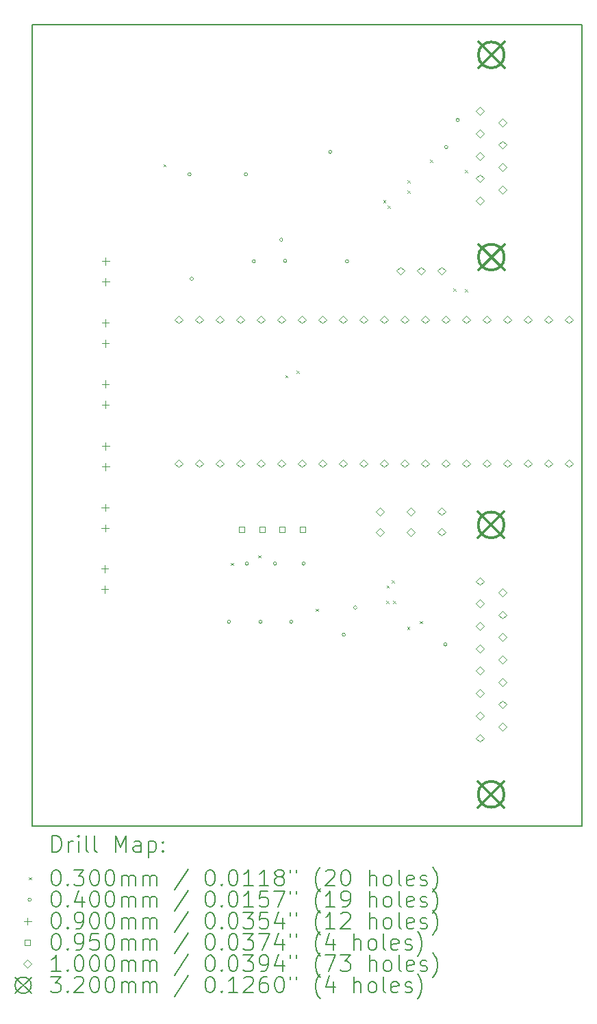
<source format=gbr>
%TF.GenerationSoftware,KiCad,Pcbnew,8.0.6*%
%TF.CreationDate,2024-11-26T08:02:54+01:00*%
%TF.ProjectId,vt2_communicator,7674325f-636f-46d6-9d75-6e696361746f,rev?*%
%TF.SameCoordinates,Original*%
%TF.FileFunction,Drillmap*%
%TF.FilePolarity,Positive*%
%FSLAX45Y45*%
G04 Gerber Fmt 4.5, Leading zero omitted, Abs format (unit mm)*
G04 Created by KiCad (PCBNEW 8.0.6) date 2024-11-26 08:02:54*
%MOMM*%
%LPD*%
G01*
G04 APERTURE LIST*
%ADD10C,0.200000*%
%ADD11C,0.100000*%
%ADD12C,0.320000*%
G04 APERTURE END LIST*
D10*
X14000000Y-4000000D02*
X14000000Y-13900000D01*
X14000000Y-13900000D02*
X20800000Y-13900000D01*
X20800000Y-4000000D02*
X14000000Y-4000000D01*
X20800000Y-13900000D02*
X20800000Y-4000000D01*
D11*
X15625000Y-5720000D02*
X15655000Y-5750000D01*
X15655000Y-5720000D02*
X15625000Y-5750000D01*
X16457500Y-10647500D02*
X16487500Y-10677500D01*
X16487500Y-10647500D02*
X16457500Y-10677500D01*
X16800000Y-10557500D02*
X16830000Y-10587500D01*
X16830000Y-10557500D02*
X16800000Y-10587500D01*
X17132574Y-8330073D02*
X17162574Y-8360073D01*
X17162574Y-8330073D02*
X17132574Y-8360073D01*
X17272500Y-8275000D02*
X17302500Y-8305000D01*
X17302500Y-8275000D02*
X17272500Y-8305000D01*
X17510000Y-11215000D02*
X17540000Y-11245000D01*
X17540000Y-11215000D02*
X17510000Y-11245000D01*
X18345000Y-6167500D02*
X18375000Y-6197500D01*
X18375000Y-6167500D02*
X18345000Y-6197500D01*
X18382500Y-11117500D02*
X18412500Y-11147500D01*
X18412500Y-11117500D02*
X18382500Y-11147500D01*
X18385000Y-10927500D02*
X18415000Y-10957500D01*
X18415000Y-10927500D02*
X18385000Y-10957500D01*
X18399000Y-6235000D02*
X18429000Y-6265000D01*
X18429000Y-6235000D02*
X18399000Y-6265000D01*
X18450000Y-10865000D02*
X18480000Y-10895000D01*
X18480000Y-10865000D02*
X18450000Y-10895000D01*
X18467353Y-11117500D02*
X18497353Y-11147500D01*
X18497353Y-11117500D02*
X18467353Y-11147500D01*
X18641226Y-11442500D02*
X18671226Y-11472500D01*
X18671226Y-11442500D02*
X18641226Y-11472500D01*
X18642500Y-5920000D02*
X18672500Y-5950000D01*
X18672500Y-5920000D02*
X18642500Y-5950000D01*
X18642500Y-6045000D02*
X18672500Y-6075000D01*
X18672500Y-6045000D02*
X18642500Y-6075000D01*
X18795000Y-11370000D02*
X18825000Y-11400000D01*
X18825000Y-11370000D02*
X18795000Y-11400000D01*
X18925000Y-5665000D02*
X18955000Y-5695000D01*
X18955000Y-5665000D02*
X18925000Y-5695000D01*
X19212500Y-7260000D02*
X19242500Y-7290000D01*
X19242500Y-7260000D02*
X19212500Y-7290000D01*
X19355000Y-5792500D02*
X19385000Y-5822500D01*
X19385000Y-5792500D02*
X19355000Y-5822500D01*
X19355000Y-7265000D02*
X19385000Y-7295000D01*
X19385000Y-7265000D02*
X19355000Y-7295000D01*
X15967500Y-5845000D02*
G75*
G02*
X15927500Y-5845000I-20000J0D01*
G01*
X15927500Y-5845000D02*
G75*
G02*
X15967500Y-5845000I20000J0D01*
G01*
X15995000Y-7137500D02*
G75*
G02*
X15955000Y-7137500I-20000J0D01*
G01*
X15955000Y-7137500D02*
G75*
G02*
X15995000Y-7137500I20000J0D01*
G01*
X16455000Y-11377500D02*
G75*
G02*
X16415000Y-11377500I-20000J0D01*
G01*
X16415000Y-11377500D02*
G75*
G02*
X16455000Y-11377500I20000J0D01*
G01*
X16665000Y-5845000D02*
G75*
G02*
X16625000Y-5845000I-20000J0D01*
G01*
X16625000Y-5845000D02*
G75*
G02*
X16665000Y-5845000I20000J0D01*
G01*
X16677500Y-10657500D02*
G75*
G02*
X16637500Y-10657500I-20000J0D01*
G01*
X16637500Y-10657500D02*
G75*
G02*
X16677500Y-10657500I20000J0D01*
G01*
X16762500Y-6920000D02*
G75*
G02*
X16722500Y-6920000I-20000J0D01*
G01*
X16722500Y-6920000D02*
G75*
G02*
X16762500Y-6920000I20000J0D01*
G01*
X16845000Y-11377500D02*
G75*
G02*
X16805000Y-11377500I-20000J0D01*
G01*
X16805000Y-11377500D02*
G75*
G02*
X16845000Y-11377500I20000J0D01*
G01*
X17025000Y-10657500D02*
G75*
G02*
X16985000Y-10657500I-20000J0D01*
G01*
X16985000Y-10657500D02*
G75*
G02*
X17025000Y-10657500I20000J0D01*
G01*
X17102500Y-6655000D02*
G75*
G02*
X17062500Y-6655000I-20000J0D01*
G01*
X17062500Y-6655000D02*
G75*
G02*
X17102500Y-6655000I20000J0D01*
G01*
X17150000Y-6915000D02*
G75*
G02*
X17110000Y-6915000I-20000J0D01*
G01*
X17110000Y-6915000D02*
G75*
G02*
X17150000Y-6915000I20000J0D01*
G01*
X17225000Y-11377500D02*
G75*
G02*
X17185000Y-11377500I-20000J0D01*
G01*
X17185000Y-11377500D02*
G75*
G02*
X17225000Y-11377500I20000J0D01*
G01*
X17377500Y-10657500D02*
G75*
G02*
X17337500Y-10657500I-20000J0D01*
G01*
X17337500Y-10657500D02*
G75*
G02*
X17377500Y-10657500I20000J0D01*
G01*
X17707500Y-5570000D02*
G75*
G02*
X17667500Y-5570000I-20000J0D01*
G01*
X17667500Y-5570000D02*
G75*
G02*
X17707500Y-5570000I20000J0D01*
G01*
X17875000Y-11537500D02*
G75*
G02*
X17835000Y-11537500I-20000J0D01*
G01*
X17835000Y-11537500D02*
G75*
G02*
X17875000Y-11537500I20000J0D01*
G01*
X17915000Y-6920000D02*
G75*
G02*
X17875000Y-6920000I-20000J0D01*
G01*
X17875000Y-6920000D02*
G75*
G02*
X17915000Y-6920000I20000J0D01*
G01*
X18017500Y-11202500D02*
G75*
G02*
X17977500Y-11202500I-20000J0D01*
G01*
X17977500Y-11202500D02*
G75*
G02*
X18017500Y-11202500I20000J0D01*
G01*
X19132500Y-11657500D02*
G75*
G02*
X19092500Y-11657500I-20000J0D01*
G01*
X19092500Y-11657500D02*
G75*
G02*
X19132500Y-11657500I20000J0D01*
G01*
X19142500Y-5510000D02*
G75*
G02*
X19102500Y-5510000I-20000J0D01*
G01*
X19102500Y-5510000D02*
G75*
G02*
X19142500Y-5510000I20000J0D01*
G01*
X19285000Y-5175000D02*
G75*
G02*
X19245000Y-5175000I-20000J0D01*
G01*
X19245000Y-5175000D02*
G75*
G02*
X19285000Y-5175000I20000J0D01*
G01*
X14900000Y-10676000D02*
X14900000Y-10766000D01*
X14855000Y-10721000D02*
X14945000Y-10721000D01*
X14900000Y-10930000D02*
X14900000Y-11020000D01*
X14855000Y-10975000D02*
X14945000Y-10975000D01*
X14905000Y-9921000D02*
X14905000Y-10011000D01*
X14860000Y-9966000D02*
X14950000Y-9966000D01*
X14905000Y-10175000D02*
X14905000Y-10265000D01*
X14860000Y-10220000D02*
X14950000Y-10220000D01*
X14907500Y-7637500D02*
X14907500Y-7727500D01*
X14862500Y-7682500D02*
X14952500Y-7682500D01*
X14907500Y-7891500D02*
X14907500Y-7981500D01*
X14862500Y-7936500D02*
X14952500Y-7936500D01*
X14907500Y-8392500D02*
X14907500Y-8482500D01*
X14862500Y-8437500D02*
X14952500Y-8437500D01*
X14907500Y-8646500D02*
X14907500Y-8736500D01*
X14862500Y-8691500D02*
X14952500Y-8691500D01*
X14910000Y-6876000D02*
X14910000Y-6966000D01*
X14865000Y-6921000D02*
X14955000Y-6921000D01*
X14910000Y-7130000D02*
X14910000Y-7220000D01*
X14865000Y-7175000D02*
X14955000Y-7175000D01*
X14910000Y-9161000D02*
X14910000Y-9251000D01*
X14865000Y-9206000D02*
X14955000Y-9206000D01*
X14910000Y-9415000D02*
X14910000Y-9505000D01*
X14865000Y-9460000D02*
X14955000Y-9460000D01*
X16628588Y-10273588D02*
X16628588Y-10206412D01*
X16561412Y-10206412D01*
X16561412Y-10273588D01*
X16628588Y-10273588D01*
X16878588Y-10273588D02*
X16878588Y-10206412D01*
X16811412Y-10206412D01*
X16811412Y-10273588D01*
X16878588Y-10273588D01*
X17128588Y-10273588D02*
X17128588Y-10206412D01*
X17061412Y-10206412D01*
X17061412Y-10273588D01*
X17128588Y-10273588D01*
X17378588Y-10273588D02*
X17378588Y-10206412D01*
X17311412Y-10206412D01*
X17311412Y-10273588D01*
X17378588Y-10273588D01*
X15814000Y-7692000D02*
X15864000Y-7642000D01*
X15814000Y-7592000D01*
X15764000Y-7642000D01*
X15814000Y-7692000D01*
X15814000Y-9470000D02*
X15864000Y-9420000D01*
X15814000Y-9370000D01*
X15764000Y-9420000D01*
X15814000Y-9470000D01*
X16068000Y-7692000D02*
X16118000Y-7642000D01*
X16068000Y-7592000D01*
X16018000Y-7642000D01*
X16068000Y-7692000D01*
X16068000Y-9470000D02*
X16118000Y-9420000D01*
X16068000Y-9370000D01*
X16018000Y-9420000D01*
X16068000Y-9470000D01*
X16322000Y-7692000D02*
X16372000Y-7642000D01*
X16322000Y-7592000D01*
X16272000Y-7642000D01*
X16322000Y-7692000D01*
X16322000Y-9470000D02*
X16372000Y-9420000D01*
X16322000Y-9370000D01*
X16272000Y-9420000D01*
X16322000Y-9470000D01*
X16576000Y-7692000D02*
X16626000Y-7642000D01*
X16576000Y-7592000D01*
X16526000Y-7642000D01*
X16576000Y-7692000D01*
X16576000Y-9470000D02*
X16626000Y-9420000D01*
X16576000Y-9370000D01*
X16526000Y-9420000D01*
X16576000Y-9470000D01*
X16830000Y-7692000D02*
X16880000Y-7642000D01*
X16830000Y-7592000D01*
X16780000Y-7642000D01*
X16830000Y-7692000D01*
X16830000Y-9470000D02*
X16880000Y-9420000D01*
X16830000Y-9370000D01*
X16780000Y-9420000D01*
X16830000Y-9470000D01*
X17084000Y-7692000D02*
X17134000Y-7642000D01*
X17084000Y-7592000D01*
X17034000Y-7642000D01*
X17084000Y-7692000D01*
X17084000Y-9470000D02*
X17134000Y-9420000D01*
X17084000Y-9370000D01*
X17034000Y-9420000D01*
X17084000Y-9470000D01*
X17338000Y-7692000D02*
X17388000Y-7642000D01*
X17338000Y-7592000D01*
X17288000Y-7642000D01*
X17338000Y-7692000D01*
X17338000Y-9470000D02*
X17388000Y-9420000D01*
X17338000Y-9370000D01*
X17288000Y-9420000D01*
X17338000Y-9470000D01*
X17592000Y-7692000D02*
X17642000Y-7642000D01*
X17592000Y-7592000D01*
X17542000Y-7642000D01*
X17592000Y-7692000D01*
X17592000Y-9470000D02*
X17642000Y-9420000D01*
X17592000Y-9370000D01*
X17542000Y-9420000D01*
X17592000Y-9470000D01*
X17846000Y-7692000D02*
X17896000Y-7642000D01*
X17846000Y-7592000D01*
X17796000Y-7642000D01*
X17846000Y-7692000D01*
X17846000Y-9470000D02*
X17896000Y-9420000D01*
X17846000Y-9370000D01*
X17796000Y-9420000D01*
X17846000Y-9470000D01*
X18100000Y-7692000D02*
X18150000Y-7642000D01*
X18100000Y-7592000D01*
X18050000Y-7642000D01*
X18100000Y-7692000D01*
X18100000Y-9470000D02*
X18150000Y-9420000D01*
X18100000Y-9370000D01*
X18050000Y-9420000D01*
X18100000Y-9470000D01*
X18305000Y-10066000D02*
X18355000Y-10016000D01*
X18305000Y-9966000D01*
X18255000Y-10016000D01*
X18305000Y-10066000D01*
X18305000Y-10320000D02*
X18355000Y-10270000D01*
X18305000Y-10220000D01*
X18255000Y-10270000D01*
X18305000Y-10320000D01*
X18354000Y-7692000D02*
X18404000Y-7642000D01*
X18354000Y-7592000D01*
X18304000Y-7642000D01*
X18354000Y-7692000D01*
X18354000Y-9470000D02*
X18404000Y-9420000D01*
X18354000Y-9370000D01*
X18304000Y-9420000D01*
X18354000Y-9470000D01*
X18560000Y-7090000D02*
X18610000Y-7040000D01*
X18560000Y-6990000D01*
X18510000Y-7040000D01*
X18560000Y-7090000D01*
X18608000Y-7692000D02*
X18658000Y-7642000D01*
X18608000Y-7592000D01*
X18558000Y-7642000D01*
X18608000Y-7692000D01*
X18608000Y-9470000D02*
X18658000Y-9420000D01*
X18608000Y-9370000D01*
X18558000Y-9420000D01*
X18608000Y-9470000D01*
X18685000Y-10066000D02*
X18735000Y-10016000D01*
X18685000Y-9966000D01*
X18635000Y-10016000D01*
X18685000Y-10066000D01*
X18685000Y-10320000D02*
X18735000Y-10270000D01*
X18685000Y-10220000D01*
X18635000Y-10270000D01*
X18685000Y-10320000D01*
X18814000Y-7090000D02*
X18864000Y-7040000D01*
X18814000Y-6990000D01*
X18764000Y-7040000D01*
X18814000Y-7090000D01*
X18862000Y-7692000D02*
X18912000Y-7642000D01*
X18862000Y-7592000D01*
X18812000Y-7642000D01*
X18862000Y-7692000D01*
X18862000Y-9470000D02*
X18912000Y-9420000D01*
X18862000Y-9370000D01*
X18812000Y-9420000D01*
X18862000Y-9470000D01*
X19065000Y-10062500D02*
X19115000Y-10012500D01*
X19065000Y-9962500D01*
X19015000Y-10012500D01*
X19065000Y-10062500D01*
X19065000Y-10316500D02*
X19115000Y-10266500D01*
X19065000Y-10216500D01*
X19015000Y-10266500D01*
X19065000Y-10316500D01*
X19068000Y-7090000D02*
X19118000Y-7040000D01*
X19068000Y-6990000D01*
X19018000Y-7040000D01*
X19068000Y-7090000D01*
X19116000Y-7692000D02*
X19166000Y-7642000D01*
X19116000Y-7592000D01*
X19066000Y-7642000D01*
X19116000Y-7692000D01*
X19116000Y-9470000D02*
X19166000Y-9420000D01*
X19116000Y-9370000D01*
X19066000Y-9420000D01*
X19116000Y-9470000D01*
X19370000Y-7692000D02*
X19420000Y-7642000D01*
X19370000Y-7592000D01*
X19320000Y-7642000D01*
X19370000Y-7692000D01*
X19370000Y-9470000D02*
X19420000Y-9420000D01*
X19370000Y-9370000D01*
X19320000Y-9420000D01*
X19370000Y-9470000D01*
X19536000Y-10925500D02*
X19586000Y-10875500D01*
X19536000Y-10825500D01*
X19486000Y-10875500D01*
X19536000Y-10925500D01*
X19536000Y-11202500D02*
X19586000Y-11152500D01*
X19536000Y-11102500D01*
X19486000Y-11152500D01*
X19536000Y-11202500D01*
X19536000Y-11479500D02*
X19586000Y-11429500D01*
X19536000Y-11379500D01*
X19486000Y-11429500D01*
X19536000Y-11479500D01*
X19536000Y-11756500D02*
X19586000Y-11706500D01*
X19536000Y-11656500D01*
X19486000Y-11706500D01*
X19536000Y-11756500D01*
X19536000Y-12033500D02*
X19586000Y-11983500D01*
X19536000Y-11933500D01*
X19486000Y-11983500D01*
X19536000Y-12033500D01*
X19536000Y-12310500D02*
X19586000Y-12260500D01*
X19536000Y-12210500D01*
X19486000Y-12260500D01*
X19536000Y-12310500D01*
X19536000Y-12587500D02*
X19586000Y-12537500D01*
X19536000Y-12487500D01*
X19486000Y-12537500D01*
X19536000Y-12587500D01*
X19536000Y-12864500D02*
X19586000Y-12814500D01*
X19536000Y-12764500D01*
X19486000Y-12814500D01*
X19536000Y-12864500D01*
X19538000Y-5116000D02*
X19588000Y-5066000D01*
X19538000Y-5016000D01*
X19488000Y-5066000D01*
X19538000Y-5116000D01*
X19538000Y-5393000D02*
X19588000Y-5343000D01*
X19538000Y-5293000D01*
X19488000Y-5343000D01*
X19538000Y-5393000D01*
X19538000Y-5670000D02*
X19588000Y-5620000D01*
X19538000Y-5570000D01*
X19488000Y-5620000D01*
X19538000Y-5670000D01*
X19538000Y-5947000D02*
X19588000Y-5897000D01*
X19538000Y-5847000D01*
X19488000Y-5897000D01*
X19538000Y-5947000D01*
X19538000Y-6224000D02*
X19588000Y-6174000D01*
X19538000Y-6124000D01*
X19488000Y-6174000D01*
X19538000Y-6224000D01*
X19624000Y-7692000D02*
X19674000Y-7642000D01*
X19624000Y-7592000D01*
X19574000Y-7642000D01*
X19624000Y-7692000D01*
X19624000Y-9470000D02*
X19674000Y-9420000D01*
X19624000Y-9370000D01*
X19574000Y-9420000D01*
X19624000Y-9470000D01*
X19820000Y-11064000D02*
X19870000Y-11014000D01*
X19820000Y-10964000D01*
X19770000Y-11014000D01*
X19820000Y-11064000D01*
X19820000Y-11341000D02*
X19870000Y-11291000D01*
X19820000Y-11241000D01*
X19770000Y-11291000D01*
X19820000Y-11341000D01*
X19820000Y-11618000D02*
X19870000Y-11568000D01*
X19820000Y-11518000D01*
X19770000Y-11568000D01*
X19820000Y-11618000D01*
X19820000Y-11895000D02*
X19870000Y-11845000D01*
X19820000Y-11795000D01*
X19770000Y-11845000D01*
X19820000Y-11895000D01*
X19820000Y-12172000D02*
X19870000Y-12122000D01*
X19820000Y-12072000D01*
X19770000Y-12122000D01*
X19820000Y-12172000D01*
X19820000Y-12449000D02*
X19870000Y-12399000D01*
X19820000Y-12349000D01*
X19770000Y-12399000D01*
X19820000Y-12449000D01*
X19820000Y-12726000D02*
X19870000Y-12676000D01*
X19820000Y-12626000D01*
X19770000Y-12676000D01*
X19820000Y-12726000D01*
X19822000Y-5254500D02*
X19872000Y-5204500D01*
X19822000Y-5154500D01*
X19772000Y-5204500D01*
X19822000Y-5254500D01*
X19822000Y-5531500D02*
X19872000Y-5481500D01*
X19822000Y-5431500D01*
X19772000Y-5481500D01*
X19822000Y-5531500D01*
X19822000Y-5808500D02*
X19872000Y-5758500D01*
X19822000Y-5708500D01*
X19772000Y-5758500D01*
X19822000Y-5808500D01*
X19822000Y-6085500D02*
X19872000Y-6035500D01*
X19822000Y-5985500D01*
X19772000Y-6035500D01*
X19822000Y-6085500D01*
X19878000Y-7692000D02*
X19928000Y-7642000D01*
X19878000Y-7592000D01*
X19828000Y-7642000D01*
X19878000Y-7692000D01*
X19878000Y-9470000D02*
X19928000Y-9420000D01*
X19878000Y-9370000D01*
X19828000Y-9420000D01*
X19878000Y-9470000D01*
X20132000Y-7692000D02*
X20182000Y-7642000D01*
X20132000Y-7592000D01*
X20082000Y-7642000D01*
X20132000Y-7692000D01*
X20132000Y-9470000D02*
X20182000Y-9420000D01*
X20132000Y-9370000D01*
X20082000Y-9420000D01*
X20132000Y-9470000D01*
X20386000Y-7692000D02*
X20436000Y-7642000D01*
X20386000Y-7592000D01*
X20336000Y-7642000D01*
X20386000Y-7692000D01*
X20386000Y-9470000D02*
X20436000Y-9420000D01*
X20386000Y-9370000D01*
X20336000Y-9420000D01*
X20386000Y-9470000D01*
X20640000Y-7692000D02*
X20690000Y-7642000D01*
X20640000Y-7592000D01*
X20590000Y-7642000D01*
X20640000Y-7692000D01*
X20640000Y-9470000D02*
X20690000Y-9420000D01*
X20640000Y-9370000D01*
X20590000Y-9420000D01*
X20640000Y-9470000D01*
D12*
X19518000Y-10020000D02*
X19838000Y-10340000D01*
X19838000Y-10020000D02*
X19518000Y-10340000D01*
X19838000Y-10180000D02*
G75*
G02*
X19518000Y-10180000I-160000J0D01*
G01*
X19518000Y-10180000D02*
G75*
G02*
X19838000Y-10180000I160000J0D01*
G01*
X19518000Y-13350000D02*
X19838000Y-13670000D01*
X19838000Y-13350000D02*
X19518000Y-13670000D01*
X19838000Y-13510000D02*
G75*
G02*
X19518000Y-13510000I-160000J0D01*
G01*
X19518000Y-13510000D02*
G75*
G02*
X19838000Y-13510000I160000J0D01*
G01*
X19520000Y-4210000D02*
X19840000Y-4530000D01*
X19840000Y-4210000D02*
X19520000Y-4530000D01*
X19840000Y-4370000D02*
G75*
G02*
X19520000Y-4370000I-160000J0D01*
G01*
X19520000Y-4370000D02*
G75*
G02*
X19840000Y-4370000I160000J0D01*
G01*
X19520000Y-6710000D02*
X19840000Y-7030000D01*
X19840000Y-6710000D02*
X19520000Y-7030000D01*
X19840000Y-6870000D02*
G75*
G02*
X19520000Y-6870000I-160000J0D01*
G01*
X19520000Y-6870000D02*
G75*
G02*
X19840000Y-6870000I160000J0D01*
G01*
D10*
X14250777Y-14221484D02*
X14250777Y-14021484D01*
X14250777Y-14021484D02*
X14298396Y-14021484D01*
X14298396Y-14021484D02*
X14326967Y-14031008D01*
X14326967Y-14031008D02*
X14346015Y-14050055D01*
X14346015Y-14050055D02*
X14355539Y-14069103D01*
X14355539Y-14069103D02*
X14365062Y-14107198D01*
X14365062Y-14107198D02*
X14365062Y-14135769D01*
X14365062Y-14135769D02*
X14355539Y-14173865D01*
X14355539Y-14173865D02*
X14346015Y-14192912D01*
X14346015Y-14192912D02*
X14326967Y-14211960D01*
X14326967Y-14211960D02*
X14298396Y-14221484D01*
X14298396Y-14221484D02*
X14250777Y-14221484D01*
X14450777Y-14221484D02*
X14450777Y-14088150D01*
X14450777Y-14126246D02*
X14460301Y-14107198D01*
X14460301Y-14107198D02*
X14469824Y-14097674D01*
X14469824Y-14097674D02*
X14488872Y-14088150D01*
X14488872Y-14088150D02*
X14507920Y-14088150D01*
X14574586Y-14221484D02*
X14574586Y-14088150D01*
X14574586Y-14021484D02*
X14565062Y-14031008D01*
X14565062Y-14031008D02*
X14574586Y-14040531D01*
X14574586Y-14040531D02*
X14584110Y-14031008D01*
X14584110Y-14031008D02*
X14574586Y-14021484D01*
X14574586Y-14021484D02*
X14574586Y-14040531D01*
X14698396Y-14221484D02*
X14679348Y-14211960D01*
X14679348Y-14211960D02*
X14669824Y-14192912D01*
X14669824Y-14192912D02*
X14669824Y-14021484D01*
X14803158Y-14221484D02*
X14784110Y-14211960D01*
X14784110Y-14211960D02*
X14774586Y-14192912D01*
X14774586Y-14192912D02*
X14774586Y-14021484D01*
X15031729Y-14221484D02*
X15031729Y-14021484D01*
X15031729Y-14021484D02*
X15098396Y-14164341D01*
X15098396Y-14164341D02*
X15165062Y-14021484D01*
X15165062Y-14021484D02*
X15165062Y-14221484D01*
X15346015Y-14221484D02*
X15346015Y-14116722D01*
X15346015Y-14116722D02*
X15336491Y-14097674D01*
X15336491Y-14097674D02*
X15317443Y-14088150D01*
X15317443Y-14088150D02*
X15279348Y-14088150D01*
X15279348Y-14088150D02*
X15260301Y-14097674D01*
X15346015Y-14211960D02*
X15326967Y-14221484D01*
X15326967Y-14221484D02*
X15279348Y-14221484D01*
X15279348Y-14221484D02*
X15260301Y-14211960D01*
X15260301Y-14211960D02*
X15250777Y-14192912D01*
X15250777Y-14192912D02*
X15250777Y-14173865D01*
X15250777Y-14173865D02*
X15260301Y-14154817D01*
X15260301Y-14154817D02*
X15279348Y-14145293D01*
X15279348Y-14145293D02*
X15326967Y-14145293D01*
X15326967Y-14145293D02*
X15346015Y-14135769D01*
X15441253Y-14088150D02*
X15441253Y-14288150D01*
X15441253Y-14097674D02*
X15460301Y-14088150D01*
X15460301Y-14088150D02*
X15498396Y-14088150D01*
X15498396Y-14088150D02*
X15517443Y-14097674D01*
X15517443Y-14097674D02*
X15526967Y-14107198D01*
X15526967Y-14107198D02*
X15536491Y-14126246D01*
X15536491Y-14126246D02*
X15536491Y-14183388D01*
X15536491Y-14183388D02*
X15526967Y-14202436D01*
X15526967Y-14202436D02*
X15517443Y-14211960D01*
X15517443Y-14211960D02*
X15498396Y-14221484D01*
X15498396Y-14221484D02*
X15460301Y-14221484D01*
X15460301Y-14221484D02*
X15441253Y-14211960D01*
X15622205Y-14202436D02*
X15631729Y-14211960D01*
X15631729Y-14211960D02*
X15622205Y-14221484D01*
X15622205Y-14221484D02*
X15612682Y-14211960D01*
X15612682Y-14211960D02*
X15622205Y-14202436D01*
X15622205Y-14202436D02*
X15622205Y-14221484D01*
X15622205Y-14097674D02*
X15631729Y-14107198D01*
X15631729Y-14107198D02*
X15622205Y-14116722D01*
X15622205Y-14116722D02*
X15612682Y-14107198D01*
X15612682Y-14107198D02*
X15622205Y-14097674D01*
X15622205Y-14097674D02*
X15622205Y-14116722D01*
D11*
X13960000Y-14535000D02*
X13990000Y-14565000D01*
X13990000Y-14535000D02*
X13960000Y-14565000D01*
D10*
X14288872Y-14441484D02*
X14307920Y-14441484D01*
X14307920Y-14441484D02*
X14326967Y-14451008D01*
X14326967Y-14451008D02*
X14336491Y-14460531D01*
X14336491Y-14460531D02*
X14346015Y-14479579D01*
X14346015Y-14479579D02*
X14355539Y-14517674D01*
X14355539Y-14517674D02*
X14355539Y-14565293D01*
X14355539Y-14565293D02*
X14346015Y-14603388D01*
X14346015Y-14603388D02*
X14336491Y-14622436D01*
X14336491Y-14622436D02*
X14326967Y-14631960D01*
X14326967Y-14631960D02*
X14307920Y-14641484D01*
X14307920Y-14641484D02*
X14288872Y-14641484D01*
X14288872Y-14641484D02*
X14269824Y-14631960D01*
X14269824Y-14631960D02*
X14260301Y-14622436D01*
X14260301Y-14622436D02*
X14250777Y-14603388D01*
X14250777Y-14603388D02*
X14241253Y-14565293D01*
X14241253Y-14565293D02*
X14241253Y-14517674D01*
X14241253Y-14517674D02*
X14250777Y-14479579D01*
X14250777Y-14479579D02*
X14260301Y-14460531D01*
X14260301Y-14460531D02*
X14269824Y-14451008D01*
X14269824Y-14451008D02*
X14288872Y-14441484D01*
X14441253Y-14622436D02*
X14450777Y-14631960D01*
X14450777Y-14631960D02*
X14441253Y-14641484D01*
X14441253Y-14641484D02*
X14431729Y-14631960D01*
X14431729Y-14631960D02*
X14441253Y-14622436D01*
X14441253Y-14622436D02*
X14441253Y-14641484D01*
X14517443Y-14441484D02*
X14641253Y-14441484D01*
X14641253Y-14441484D02*
X14574586Y-14517674D01*
X14574586Y-14517674D02*
X14603158Y-14517674D01*
X14603158Y-14517674D02*
X14622205Y-14527198D01*
X14622205Y-14527198D02*
X14631729Y-14536722D01*
X14631729Y-14536722D02*
X14641253Y-14555769D01*
X14641253Y-14555769D02*
X14641253Y-14603388D01*
X14641253Y-14603388D02*
X14631729Y-14622436D01*
X14631729Y-14622436D02*
X14622205Y-14631960D01*
X14622205Y-14631960D02*
X14603158Y-14641484D01*
X14603158Y-14641484D02*
X14546015Y-14641484D01*
X14546015Y-14641484D02*
X14526967Y-14631960D01*
X14526967Y-14631960D02*
X14517443Y-14622436D01*
X14765062Y-14441484D02*
X14784110Y-14441484D01*
X14784110Y-14441484D02*
X14803158Y-14451008D01*
X14803158Y-14451008D02*
X14812682Y-14460531D01*
X14812682Y-14460531D02*
X14822205Y-14479579D01*
X14822205Y-14479579D02*
X14831729Y-14517674D01*
X14831729Y-14517674D02*
X14831729Y-14565293D01*
X14831729Y-14565293D02*
X14822205Y-14603388D01*
X14822205Y-14603388D02*
X14812682Y-14622436D01*
X14812682Y-14622436D02*
X14803158Y-14631960D01*
X14803158Y-14631960D02*
X14784110Y-14641484D01*
X14784110Y-14641484D02*
X14765062Y-14641484D01*
X14765062Y-14641484D02*
X14746015Y-14631960D01*
X14746015Y-14631960D02*
X14736491Y-14622436D01*
X14736491Y-14622436D02*
X14726967Y-14603388D01*
X14726967Y-14603388D02*
X14717443Y-14565293D01*
X14717443Y-14565293D02*
X14717443Y-14517674D01*
X14717443Y-14517674D02*
X14726967Y-14479579D01*
X14726967Y-14479579D02*
X14736491Y-14460531D01*
X14736491Y-14460531D02*
X14746015Y-14451008D01*
X14746015Y-14451008D02*
X14765062Y-14441484D01*
X14955539Y-14441484D02*
X14974586Y-14441484D01*
X14974586Y-14441484D02*
X14993634Y-14451008D01*
X14993634Y-14451008D02*
X15003158Y-14460531D01*
X15003158Y-14460531D02*
X15012682Y-14479579D01*
X15012682Y-14479579D02*
X15022205Y-14517674D01*
X15022205Y-14517674D02*
X15022205Y-14565293D01*
X15022205Y-14565293D02*
X15012682Y-14603388D01*
X15012682Y-14603388D02*
X15003158Y-14622436D01*
X15003158Y-14622436D02*
X14993634Y-14631960D01*
X14993634Y-14631960D02*
X14974586Y-14641484D01*
X14974586Y-14641484D02*
X14955539Y-14641484D01*
X14955539Y-14641484D02*
X14936491Y-14631960D01*
X14936491Y-14631960D02*
X14926967Y-14622436D01*
X14926967Y-14622436D02*
X14917443Y-14603388D01*
X14917443Y-14603388D02*
X14907920Y-14565293D01*
X14907920Y-14565293D02*
X14907920Y-14517674D01*
X14907920Y-14517674D02*
X14917443Y-14479579D01*
X14917443Y-14479579D02*
X14926967Y-14460531D01*
X14926967Y-14460531D02*
X14936491Y-14451008D01*
X14936491Y-14451008D02*
X14955539Y-14441484D01*
X15107920Y-14641484D02*
X15107920Y-14508150D01*
X15107920Y-14527198D02*
X15117443Y-14517674D01*
X15117443Y-14517674D02*
X15136491Y-14508150D01*
X15136491Y-14508150D02*
X15165063Y-14508150D01*
X15165063Y-14508150D02*
X15184110Y-14517674D01*
X15184110Y-14517674D02*
X15193634Y-14536722D01*
X15193634Y-14536722D02*
X15193634Y-14641484D01*
X15193634Y-14536722D02*
X15203158Y-14517674D01*
X15203158Y-14517674D02*
X15222205Y-14508150D01*
X15222205Y-14508150D02*
X15250777Y-14508150D01*
X15250777Y-14508150D02*
X15269824Y-14517674D01*
X15269824Y-14517674D02*
X15279348Y-14536722D01*
X15279348Y-14536722D02*
X15279348Y-14641484D01*
X15374586Y-14641484D02*
X15374586Y-14508150D01*
X15374586Y-14527198D02*
X15384110Y-14517674D01*
X15384110Y-14517674D02*
X15403158Y-14508150D01*
X15403158Y-14508150D02*
X15431729Y-14508150D01*
X15431729Y-14508150D02*
X15450777Y-14517674D01*
X15450777Y-14517674D02*
X15460301Y-14536722D01*
X15460301Y-14536722D02*
X15460301Y-14641484D01*
X15460301Y-14536722D02*
X15469824Y-14517674D01*
X15469824Y-14517674D02*
X15488872Y-14508150D01*
X15488872Y-14508150D02*
X15517443Y-14508150D01*
X15517443Y-14508150D02*
X15536491Y-14517674D01*
X15536491Y-14517674D02*
X15546015Y-14536722D01*
X15546015Y-14536722D02*
X15546015Y-14641484D01*
X15936491Y-14431960D02*
X15765063Y-14689103D01*
X16193634Y-14441484D02*
X16212682Y-14441484D01*
X16212682Y-14441484D02*
X16231729Y-14451008D01*
X16231729Y-14451008D02*
X16241253Y-14460531D01*
X16241253Y-14460531D02*
X16250777Y-14479579D01*
X16250777Y-14479579D02*
X16260301Y-14517674D01*
X16260301Y-14517674D02*
X16260301Y-14565293D01*
X16260301Y-14565293D02*
X16250777Y-14603388D01*
X16250777Y-14603388D02*
X16241253Y-14622436D01*
X16241253Y-14622436D02*
X16231729Y-14631960D01*
X16231729Y-14631960D02*
X16212682Y-14641484D01*
X16212682Y-14641484D02*
X16193634Y-14641484D01*
X16193634Y-14641484D02*
X16174586Y-14631960D01*
X16174586Y-14631960D02*
X16165063Y-14622436D01*
X16165063Y-14622436D02*
X16155539Y-14603388D01*
X16155539Y-14603388D02*
X16146015Y-14565293D01*
X16146015Y-14565293D02*
X16146015Y-14517674D01*
X16146015Y-14517674D02*
X16155539Y-14479579D01*
X16155539Y-14479579D02*
X16165063Y-14460531D01*
X16165063Y-14460531D02*
X16174586Y-14451008D01*
X16174586Y-14451008D02*
X16193634Y-14441484D01*
X16346015Y-14622436D02*
X16355539Y-14631960D01*
X16355539Y-14631960D02*
X16346015Y-14641484D01*
X16346015Y-14641484D02*
X16336491Y-14631960D01*
X16336491Y-14631960D02*
X16346015Y-14622436D01*
X16346015Y-14622436D02*
X16346015Y-14641484D01*
X16479348Y-14441484D02*
X16498396Y-14441484D01*
X16498396Y-14441484D02*
X16517444Y-14451008D01*
X16517444Y-14451008D02*
X16526967Y-14460531D01*
X16526967Y-14460531D02*
X16536491Y-14479579D01*
X16536491Y-14479579D02*
X16546015Y-14517674D01*
X16546015Y-14517674D02*
X16546015Y-14565293D01*
X16546015Y-14565293D02*
X16536491Y-14603388D01*
X16536491Y-14603388D02*
X16526967Y-14622436D01*
X16526967Y-14622436D02*
X16517444Y-14631960D01*
X16517444Y-14631960D02*
X16498396Y-14641484D01*
X16498396Y-14641484D02*
X16479348Y-14641484D01*
X16479348Y-14641484D02*
X16460301Y-14631960D01*
X16460301Y-14631960D02*
X16450777Y-14622436D01*
X16450777Y-14622436D02*
X16441253Y-14603388D01*
X16441253Y-14603388D02*
X16431729Y-14565293D01*
X16431729Y-14565293D02*
X16431729Y-14517674D01*
X16431729Y-14517674D02*
X16441253Y-14479579D01*
X16441253Y-14479579D02*
X16450777Y-14460531D01*
X16450777Y-14460531D02*
X16460301Y-14451008D01*
X16460301Y-14451008D02*
X16479348Y-14441484D01*
X16736491Y-14641484D02*
X16622206Y-14641484D01*
X16679348Y-14641484D02*
X16679348Y-14441484D01*
X16679348Y-14441484D02*
X16660301Y-14470055D01*
X16660301Y-14470055D02*
X16641253Y-14489103D01*
X16641253Y-14489103D02*
X16622206Y-14498627D01*
X16926968Y-14641484D02*
X16812682Y-14641484D01*
X16869825Y-14641484D02*
X16869825Y-14441484D01*
X16869825Y-14441484D02*
X16850777Y-14470055D01*
X16850777Y-14470055D02*
X16831729Y-14489103D01*
X16831729Y-14489103D02*
X16812682Y-14498627D01*
X17041253Y-14527198D02*
X17022206Y-14517674D01*
X17022206Y-14517674D02*
X17012682Y-14508150D01*
X17012682Y-14508150D02*
X17003158Y-14489103D01*
X17003158Y-14489103D02*
X17003158Y-14479579D01*
X17003158Y-14479579D02*
X17012682Y-14460531D01*
X17012682Y-14460531D02*
X17022206Y-14451008D01*
X17022206Y-14451008D02*
X17041253Y-14441484D01*
X17041253Y-14441484D02*
X17079349Y-14441484D01*
X17079349Y-14441484D02*
X17098396Y-14451008D01*
X17098396Y-14451008D02*
X17107920Y-14460531D01*
X17107920Y-14460531D02*
X17117444Y-14479579D01*
X17117444Y-14479579D02*
X17117444Y-14489103D01*
X17117444Y-14489103D02*
X17107920Y-14508150D01*
X17107920Y-14508150D02*
X17098396Y-14517674D01*
X17098396Y-14517674D02*
X17079349Y-14527198D01*
X17079349Y-14527198D02*
X17041253Y-14527198D01*
X17041253Y-14527198D02*
X17022206Y-14536722D01*
X17022206Y-14536722D02*
X17012682Y-14546246D01*
X17012682Y-14546246D02*
X17003158Y-14565293D01*
X17003158Y-14565293D02*
X17003158Y-14603388D01*
X17003158Y-14603388D02*
X17012682Y-14622436D01*
X17012682Y-14622436D02*
X17022206Y-14631960D01*
X17022206Y-14631960D02*
X17041253Y-14641484D01*
X17041253Y-14641484D02*
X17079349Y-14641484D01*
X17079349Y-14641484D02*
X17098396Y-14631960D01*
X17098396Y-14631960D02*
X17107920Y-14622436D01*
X17107920Y-14622436D02*
X17117444Y-14603388D01*
X17117444Y-14603388D02*
X17117444Y-14565293D01*
X17117444Y-14565293D02*
X17107920Y-14546246D01*
X17107920Y-14546246D02*
X17098396Y-14536722D01*
X17098396Y-14536722D02*
X17079349Y-14527198D01*
X17193634Y-14441484D02*
X17193634Y-14479579D01*
X17269825Y-14441484D02*
X17269825Y-14479579D01*
X17565063Y-14717674D02*
X17555539Y-14708150D01*
X17555539Y-14708150D02*
X17536491Y-14679579D01*
X17536491Y-14679579D02*
X17526968Y-14660531D01*
X17526968Y-14660531D02*
X17517444Y-14631960D01*
X17517444Y-14631960D02*
X17507920Y-14584341D01*
X17507920Y-14584341D02*
X17507920Y-14546246D01*
X17507920Y-14546246D02*
X17517444Y-14498627D01*
X17517444Y-14498627D02*
X17526968Y-14470055D01*
X17526968Y-14470055D02*
X17536491Y-14451008D01*
X17536491Y-14451008D02*
X17555539Y-14422436D01*
X17555539Y-14422436D02*
X17565063Y-14412912D01*
X17631730Y-14460531D02*
X17641253Y-14451008D01*
X17641253Y-14451008D02*
X17660301Y-14441484D01*
X17660301Y-14441484D02*
X17707920Y-14441484D01*
X17707920Y-14441484D02*
X17726968Y-14451008D01*
X17726968Y-14451008D02*
X17736491Y-14460531D01*
X17736491Y-14460531D02*
X17746015Y-14479579D01*
X17746015Y-14479579D02*
X17746015Y-14498627D01*
X17746015Y-14498627D02*
X17736491Y-14527198D01*
X17736491Y-14527198D02*
X17622206Y-14641484D01*
X17622206Y-14641484D02*
X17746015Y-14641484D01*
X17869825Y-14441484D02*
X17888872Y-14441484D01*
X17888872Y-14441484D02*
X17907920Y-14451008D01*
X17907920Y-14451008D02*
X17917444Y-14460531D01*
X17917444Y-14460531D02*
X17926968Y-14479579D01*
X17926968Y-14479579D02*
X17936491Y-14517674D01*
X17936491Y-14517674D02*
X17936491Y-14565293D01*
X17936491Y-14565293D02*
X17926968Y-14603388D01*
X17926968Y-14603388D02*
X17917444Y-14622436D01*
X17917444Y-14622436D02*
X17907920Y-14631960D01*
X17907920Y-14631960D02*
X17888872Y-14641484D01*
X17888872Y-14641484D02*
X17869825Y-14641484D01*
X17869825Y-14641484D02*
X17850777Y-14631960D01*
X17850777Y-14631960D02*
X17841253Y-14622436D01*
X17841253Y-14622436D02*
X17831730Y-14603388D01*
X17831730Y-14603388D02*
X17822206Y-14565293D01*
X17822206Y-14565293D02*
X17822206Y-14517674D01*
X17822206Y-14517674D02*
X17831730Y-14479579D01*
X17831730Y-14479579D02*
X17841253Y-14460531D01*
X17841253Y-14460531D02*
X17850777Y-14451008D01*
X17850777Y-14451008D02*
X17869825Y-14441484D01*
X18174587Y-14641484D02*
X18174587Y-14441484D01*
X18260301Y-14641484D02*
X18260301Y-14536722D01*
X18260301Y-14536722D02*
X18250777Y-14517674D01*
X18250777Y-14517674D02*
X18231730Y-14508150D01*
X18231730Y-14508150D02*
X18203158Y-14508150D01*
X18203158Y-14508150D02*
X18184111Y-14517674D01*
X18184111Y-14517674D02*
X18174587Y-14527198D01*
X18384111Y-14641484D02*
X18365063Y-14631960D01*
X18365063Y-14631960D02*
X18355539Y-14622436D01*
X18355539Y-14622436D02*
X18346015Y-14603388D01*
X18346015Y-14603388D02*
X18346015Y-14546246D01*
X18346015Y-14546246D02*
X18355539Y-14527198D01*
X18355539Y-14527198D02*
X18365063Y-14517674D01*
X18365063Y-14517674D02*
X18384111Y-14508150D01*
X18384111Y-14508150D02*
X18412682Y-14508150D01*
X18412682Y-14508150D02*
X18431730Y-14517674D01*
X18431730Y-14517674D02*
X18441253Y-14527198D01*
X18441253Y-14527198D02*
X18450777Y-14546246D01*
X18450777Y-14546246D02*
X18450777Y-14603388D01*
X18450777Y-14603388D02*
X18441253Y-14622436D01*
X18441253Y-14622436D02*
X18431730Y-14631960D01*
X18431730Y-14631960D02*
X18412682Y-14641484D01*
X18412682Y-14641484D02*
X18384111Y-14641484D01*
X18565063Y-14641484D02*
X18546015Y-14631960D01*
X18546015Y-14631960D02*
X18536492Y-14612912D01*
X18536492Y-14612912D02*
X18536492Y-14441484D01*
X18717444Y-14631960D02*
X18698396Y-14641484D01*
X18698396Y-14641484D02*
X18660301Y-14641484D01*
X18660301Y-14641484D02*
X18641253Y-14631960D01*
X18641253Y-14631960D02*
X18631730Y-14612912D01*
X18631730Y-14612912D02*
X18631730Y-14536722D01*
X18631730Y-14536722D02*
X18641253Y-14517674D01*
X18641253Y-14517674D02*
X18660301Y-14508150D01*
X18660301Y-14508150D02*
X18698396Y-14508150D01*
X18698396Y-14508150D02*
X18717444Y-14517674D01*
X18717444Y-14517674D02*
X18726968Y-14536722D01*
X18726968Y-14536722D02*
X18726968Y-14555769D01*
X18726968Y-14555769D02*
X18631730Y-14574817D01*
X18803158Y-14631960D02*
X18822206Y-14641484D01*
X18822206Y-14641484D02*
X18860301Y-14641484D01*
X18860301Y-14641484D02*
X18879349Y-14631960D01*
X18879349Y-14631960D02*
X18888873Y-14612912D01*
X18888873Y-14612912D02*
X18888873Y-14603388D01*
X18888873Y-14603388D02*
X18879349Y-14584341D01*
X18879349Y-14584341D02*
X18860301Y-14574817D01*
X18860301Y-14574817D02*
X18831730Y-14574817D01*
X18831730Y-14574817D02*
X18812682Y-14565293D01*
X18812682Y-14565293D02*
X18803158Y-14546246D01*
X18803158Y-14546246D02*
X18803158Y-14536722D01*
X18803158Y-14536722D02*
X18812682Y-14517674D01*
X18812682Y-14517674D02*
X18831730Y-14508150D01*
X18831730Y-14508150D02*
X18860301Y-14508150D01*
X18860301Y-14508150D02*
X18879349Y-14517674D01*
X18955539Y-14717674D02*
X18965063Y-14708150D01*
X18965063Y-14708150D02*
X18984111Y-14679579D01*
X18984111Y-14679579D02*
X18993634Y-14660531D01*
X18993634Y-14660531D02*
X19003158Y-14631960D01*
X19003158Y-14631960D02*
X19012682Y-14584341D01*
X19012682Y-14584341D02*
X19012682Y-14546246D01*
X19012682Y-14546246D02*
X19003158Y-14498627D01*
X19003158Y-14498627D02*
X18993634Y-14470055D01*
X18993634Y-14470055D02*
X18984111Y-14451008D01*
X18984111Y-14451008D02*
X18965063Y-14422436D01*
X18965063Y-14422436D02*
X18955539Y-14412912D01*
D11*
X13990000Y-14814000D02*
G75*
G02*
X13950000Y-14814000I-20000J0D01*
G01*
X13950000Y-14814000D02*
G75*
G02*
X13990000Y-14814000I20000J0D01*
G01*
D10*
X14288872Y-14705484D02*
X14307920Y-14705484D01*
X14307920Y-14705484D02*
X14326967Y-14715008D01*
X14326967Y-14715008D02*
X14336491Y-14724531D01*
X14336491Y-14724531D02*
X14346015Y-14743579D01*
X14346015Y-14743579D02*
X14355539Y-14781674D01*
X14355539Y-14781674D02*
X14355539Y-14829293D01*
X14355539Y-14829293D02*
X14346015Y-14867388D01*
X14346015Y-14867388D02*
X14336491Y-14886436D01*
X14336491Y-14886436D02*
X14326967Y-14895960D01*
X14326967Y-14895960D02*
X14307920Y-14905484D01*
X14307920Y-14905484D02*
X14288872Y-14905484D01*
X14288872Y-14905484D02*
X14269824Y-14895960D01*
X14269824Y-14895960D02*
X14260301Y-14886436D01*
X14260301Y-14886436D02*
X14250777Y-14867388D01*
X14250777Y-14867388D02*
X14241253Y-14829293D01*
X14241253Y-14829293D02*
X14241253Y-14781674D01*
X14241253Y-14781674D02*
X14250777Y-14743579D01*
X14250777Y-14743579D02*
X14260301Y-14724531D01*
X14260301Y-14724531D02*
X14269824Y-14715008D01*
X14269824Y-14715008D02*
X14288872Y-14705484D01*
X14441253Y-14886436D02*
X14450777Y-14895960D01*
X14450777Y-14895960D02*
X14441253Y-14905484D01*
X14441253Y-14905484D02*
X14431729Y-14895960D01*
X14431729Y-14895960D02*
X14441253Y-14886436D01*
X14441253Y-14886436D02*
X14441253Y-14905484D01*
X14622205Y-14772150D02*
X14622205Y-14905484D01*
X14574586Y-14695960D02*
X14526967Y-14838817D01*
X14526967Y-14838817D02*
X14650777Y-14838817D01*
X14765062Y-14705484D02*
X14784110Y-14705484D01*
X14784110Y-14705484D02*
X14803158Y-14715008D01*
X14803158Y-14715008D02*
X14812682Y-14724531D01*
X14812682Y-14724531D02*
X14822205Y-14743579D01*
X14822205Y-14743579D02*
X14831729Y-14781674D01*
X14831729Y-14781674D02*
X14831729Y-14829293D01*
X14831729Y-14829293D02*
X14822205Y-14867388D01*
X14822205Y-14867388D02*
X14812682Y-14886436D01*
X14812682Y-14886436D02*
X14803158Y-14895960D01*
X14803158Y-14895960D02*
X14784110Y-14905484D01*
X14784110Y-14905484D02*
X14765062Y-14905484D01*
X14765062Y-14905484D02*
X14746015Y-14895960D01*
X14746015Y-14895960D02*
X14736491Y-14886436D01*
X14736491Y-14886436D02*
X14726967Y-14867388D01*
X14726967Y-14867388D02*
X14717443Y-14829293D01*
X14717443Y-14829293D02*
X14717443Y-14781674D01*
X14717443Y-14781674D02*
X14726967Y-14743579D01*
X14726967Y-14743579D02*
X14736491Y-14724531D01*
X14736491Y-14724531D02*
X14746015Y-14715008D01*
X14746015Y-14715008D02*
X14765062Y-14705484D01*
X14955539Y-14705484D02*
X14974586Y-14705484D01*
X14974586Y-14705484D02*
X14993634Y-14715008D01*
X14993634Y-14715008D02*
X15003158Y-14724531D01*
X15003158Y-14724531D02*
X15012682Y-14743579D01*
X15012682Y-14743579D02*
X15022205Y-14781674D01*
X15022205Y-14781674D02*
X15022205Y-14829293D01*
X15022205Y-14829293D02*
X15012682Y-14867388D01*
X15012682Y-14867388D02*
X15003158Y-14886436D01*
X15003158Y-14886436D02*
X14993634Y-14895960D01*
X14993634Y-14895960D02*
X14974586Y-14905484D01*
X14974586Y-14905484D02*
X14955539Y-14905484D01*
X14955539Y-14905484D02*
X14936491Y-14895960D01*
X14936491Y-14895960D02*
X14926967Y-14886436D01*
X14926967Y-14886436D02*
X14917443Y-14867388D01*
X14917443Y-14867388D02*
X14907920Y-14829293D01*
X14907920Y-14829293D02*
X14907920Y-14781674D01*
X14907920Y-14781674D02*
X14917443Y-14743579D01*
X14917443Y-14743579D02*
X14926967Y-14724531D01*
X14926967Y-14724531D02*
X14936491Y-14715008D01*
X14936491Y-14715008D02*
X14955539Y-14705484D01*
X15107920Y-14905484D02*
X15107920Y-14772150D01*
X15107920Y-14791198D02*
X15117443Y-14781674D01*
X15117443Y-14781674D02*
X15136491Y-14772150D01*
X15136491Y-14772150D02*
X15165063Y-14772150D01*
X15165063Y-14772150D02*
X15184110Y-14781674D01*
X15184110Y-14781674D02*
X15193634Y-14800722D01*
X15193634Y-14800722D02*
X15193634Y-14905484D01*
X15193634Y-14800722D02*
X15203158Y-14781674D01*
X15203158Y-14781674D02*
X15222205Y-14772150D01*
X15222205Y-14772150D02*
X15250777Y-14772150D01*
X15250777Y-14772150D02*
X15269824Y-14781674D01*
X15269824Y-14781674D02*
X15279348Y-14800722D01*
X15279348Y-14800722D02*
X15279348Y-14905484D01*
X15374586Y-14905484D02*
X15374586Y-14772150D01*
X15374586Y-14791198D02*
X15384110Y-14781674D01*
X15384110Y-14781674D02*
X15403158Y-14772150D01*
X15403158Y-14772150D02*
X15431729Y-14772150D01*
X15431729Y-14772150D02*
X15450777Y-14781674D01*
X15450777Y-14781674D02*
X15460301Y-14800722D01*
X15460301Y-14800722D02*
X15460301Y-14905484D01*
X15460301Y-14800722D02*
X15469824Y-14781674D01*
X15469824Y-14781674D02*
X15488872Y-14772150D01*
X15488872Y-14772150D02*
X15517443Y-14772150D01*
X15517443Y-14772150D02*
X15536491Y-14781674D01*
X15536491Y-14781674D02*
X15546015Y-14800722D01*
X15546015Y-14800722D02*
X15546015Y-14905484D01*
X15936491Y-14695960D02*
X15765063Y-14953103D01*
X16193634Y-14705484D02*
X16212682Y-14705484D01*
X16212682Y-14705484D02*
X16231729Y-14715008D01*
X16231729Y-14715008D02*
X16241253Y-14724531D01*
X16241253Y-14724531D02*
X16250777Y-14743579D01*
X16250777Y-14743579D02*
X16260301Y-14781674D01*
X16260301Y-14781674D02*
X16260301Y-14829293D01*
X16260301Y-14829293D02*
X16250777Y-14867388D01*
X16250777Y-14867388D02*
X16241253Y-14886436D01*
X16241253Y-14886436D02*
X16231729Y-14895960D01*
X16231729Y-14895960D02*
X16212682Y-14905484D01*
X16212682Y-14905484D02*
X16193634Y-14905484D01*
X16193634Y-14905484D02*
X16174586Y-14895960D01*
X16174586Y-14895960D02*
X16165063Y-14886436D01*
X16165063Y-14886436D02*
X16155539Y-14867388D01*
X16155539Y-14867388D02*
X16146015Y-14829293D01*
X16146015Y-14829293D02*
X16146015Y-14781674D01*
X16146015Y-14781674D02*
X16155539Y-14743579D01*
X16155539Y-14743579D02*
X16165063Y-14724531D01*
X16165063Y-14724531D02*
X16174586Y-14715008D01*
X16174586Y-14715008D02*
X16193634Y-14705484D01*
X16346015Y-14886436D02*
X16355539Y-14895960D01*
X16355539Y-14895960D02*
X16346015Y-14905484D01*
X16346015Y-14905484D02*
X16336491Y-14895960D01*
X16336491Y-14895960D02*
X16346015Y-14886436D01*
X16346015Y-14886436D02*
X16346015Y-14905484D01*
X16479348Y-14705484D02*
X16498396Y-14705484D01*
X16498396Y-14705484D02*
X16517444Y-14715008D01*
X16517444Y-14715008D02*
X16526967Y-14724531D01*
X16526967Y-14724531D02*
X16536491Y-14743579D01*
X16536491Y-14743579D02*
X16546015Y-14781674D01*
X16546015Y-14781674D02*
X16546015Y-14829293D01*
X16546015Y-14829293D02*
X16536491Y-14867388D01*
X16536491Y-14867388D02*
X16526967Y-14886436D01*
X16526967Y-14886436D02*
X16517444Y-14895960D01*
X16517444Y-14895960D02*
X16498396Y-14905484D01*
X16498396Y-14905484D02*
X16479348Y-14905484D01*
X16479348Y-14905484D02*
X16460301Y-14895960D01*
X16460301Y-14895960D02*
X16450777Y-14886436D01*
X16450777Y-14886436D02*
X16441253Y-14867388D01*
X16441253Y-14867388D02*
X16431729Y-14829293D01*
X16431729Y-14829293D02*
X16431729Y-14781674D01*
X16431729Y-14781674D02*
X16441253Y-14743579D01*
X16441253Y-14743579D02*
X16450777Y-14724531D01*
X16450777Y-14724531D02*
X16460301Y-14715008D01*
X16460301Y-14715008D02*
X16479348Y-14705484D01*
X16736491Y-14905484D02*
X16622206Y-14905484D01*
X16679348Y-14905484D02*
X16679348Y-14705484D01*
X16679348Y-14705484D02*
X16660301Y-14734055D01*
X16660301Y-14734055D02*
X16641253Y-14753103D01*
X16641253Y-14753103D02*
X16622206Y-14762627D01*
X16917444Y-14705484D02*
X16822206Y-14705484D01*
X16822206Y-14705484D02*
X16812682Y-14800722D01*
X16812682Y-14800722D02*
X16822206Y-14791198D01*
X16822206Y-14791198D02*
X16841253Y-14781674D01*
X16841253Y-14781674D02*
X16888872Y-14781674D01*
X16888872Y-14781674D02*
X16907920Y-14791198D01*
X16907920Y-14791198D02*
X16917444Y-14800722D01*
X16917444Y-14800722D02*
X16926968Y-14819769D01*
X16926968Y-14819769D02*
X16926968Y-14867388D01*
X16926968Y-14867388D02*
X16917444Y-14886436D01*
X16917444Y-14886436D02*
X16907920Y-14895960D01*
X16907920Y-14895960D02*
X16888872Y-14905484D01*
X16888872Y-14905484D02*
X16841253Y-14905484D01*
X16841253Y-14905484D02*
X16822206Y-14895960D01*
X16822206Y-14895960D02*
X16812682Y-14886436D01*
X16993634Y-14705484D02*
X17126968Y-14705484D01*
X17126968Y-14705484D02*
X17041253Y-14905484D01*
X17193634Y-14705484D02*
X17193634Y-14743579D01*
X17269825Y-14705484D02*
X17269825Y-14743579D01*
X17565063Y-14981674D02*
X17555539Y-14972150D01*
X17555539Y-14972150D02*
X17536491Y-14943579D01*
X17536491Y-14943579D02*
X17526968Y-14924531D01*
X17526968Y-14924531D02*
X17517444Y-14895960D01*
X17517444Y-14895960D02*
X17507920Y-14848341D01*
X17507920Y-14848341D02*
X17507920Y-14810246D01*
X17507920Y-14810246D02*
X17517444Y-14762627D01*
X17517444Y-14762627D02*
X17526968Y-14734055D01*
X17526968Y-14734055D02*
X17536491Y-14715008D01*
X17536491Y-14715008D02*
X17555539Y-14686436D01*
X17555539Y-14686436D02*
X17565063Y-14676912D01*
X17746015Y-14905484D02*
X17631730Y-14905484D01*
X17688872Y-14905484D02*
X17688872Y-14705484D01*
X17688872Y-14705484D02*
X17669825Y-14734055D01*
X17669825Y-14734055D02*
X17650777Y-14753103D01*
X17650777Y-14753103D02*
X17631730Y-14762627D01*
X17841253Y-14905484D02*
X17879349Y-14905484D01*
X17879349Y-14905484D02*
X17898396Y-14895960D01*
X17898396Y-14895960D02*
X17907920Y-14886436D01*
X17907920Y-14886436D02*
X17926968Y-14857865D01*
X17926968Y-14857865D02*
X17936491Y-14819769D01*
X17936491Y-14819769D02*
X17936491Y-14743579D01*
X17936491Y-14743579D02*
X17926968Y-14724531D01*
X17926968Y-14724531D02*
X17917444Y-14715008D01*
X17917444Y-14715008D02*
X17898396Y-14705484D01*
X17898396Y-14705484D02*
X17860301Y-14705484D01*
X17860301Y-14705484D02*
X17841253Y-14715008D01*
X17841253Y-14715008D02*
X17831730Y-14724531D01*
X17831730Y-14724531D02*
X17822206Y-14743579D01*
X17822206Y-14743579D02*
X17822206Y-14791198D01*
X17822206Y-14791198D02*
X17831730Y-14810246D01*
X17831730Y-14810246D02*
X17841253Y-14819769D01*
X17841253Y-14819769D02*
X17860301Y-14829293D01*
X17860301Y-14829293D02*
X17898396Y-14829293D01*
X17898396Y-14829293D02*
X17917444Y-14819769D01*
X17917444Y-14819769D02*
X17926968Y-14810246D01*
X17926968Y-14810246D02*
X17936491Y-14791198D01*
X18174587Y-14905484D02*
X18174587Y-14705484D01*
X18260301Y-14905484D02*
X18260301Y-14800722D01*
X18260301Y-14800722D02*
X18250777Y-14781674D01*
X18250777Y-14781674D02*
X18231730Y-14772150D01*
X18231730Y-14772150D02*
X18203158Y-14772150D01*
X18203158Y-14772150D02*
X18184111Y-14781674D01*
X18184111Y-14781674D02*
X18174587Y-14791198D01*
X18384111Y-14905484D02*
X18365063Y-14895960D01*
X18365063Y-14895960D02*
X18355539Y-14886436D01*
X18355539Y-14886436D02*
X18346015Y-14867388D01*
X18346015Y-14867388D02*
X18346015Y-14810246D01*
X18346015Y-14810246D02*
X18355539Y-14791198D01*
X18355539Y-14791198D02*
X18365063Y-14781674D01*
X18365063Y-14781674D02*
X18384111Y-14772150D01*
X18384111Y-14772150D02*
X18412682Y-14772150D01*
X18412682Y-14772150D02*
X18431730Y-14781674D01*
X18431730Y-14781674D02*
X18441253Y-14791198D01*
X18441253Y-14791198D02*
X18450777Y-14810246D01*
X18450777Y-14810246D02*
X18450777Y-14867388D01*
X18450777Y-14867388D02*
X18441253Y-14886436D01*
X18441253Y-14886436D02*
X18431730Y-14895960D01*
X18431730Y-14895960D02*
X18412682Y-14905484D01*
X18412682Y-14905484D02*
X18384111Y-14905484D01*
X18565063Y-14905484D02*
X18546015Y-14895960D01*
X18546015Y-14895960D02*
X18536492Y-14876912D01*
X18536492Y-14876912D02*
X18536492Y-14705484D01*
X18717444Y-14895960D02*
X18698396Y-14905484D01*
X18698396Y-14905484D02*
X18660301Y-14905484D01*
X18660301Y-14905484D02*
X18641253Y-14895960D01*
X18641253Y-14895960D02*
X18631730Y-14876912D01*
X18631730Y-14876912D02*
X18631730Y-14800722D01*
X18631730Y-14800722D02*
X18641253Y-14781674D01*
X18641253Y-14781674D02*
X18660301Y-14772150D01*
X18660301Y-14772150D02*
X18698396Y-14772150D01*
X18698396Y-14772150D02*
X18717444Y-14781674D01*
X18717444Y-14781674D02*
X18726968Y-14800722D01*
X18726968Y-14800722D02*
X18726968Y-14819769D01*
X18726968Y-14819769D02*
X18631730Y-14838817D01*
X18803158Y-14895960D02*
X18822206Y-14905484D01*
X18822206Y-14905484D02*
X18860301Y-14905484D01*
X18860301Y-14905484D02*
X18879349Y-14895960D01*
X18879349Y-14895960D02*
X18888873Y-14876912D01*
X18888873Y-14876912D02*
X18888873Y-14867388D01*
X18888873Y-14867388D02*
X18879349Y-14848341D01*
X18879349Y-14848341D02*
X18860301Y-14838817D01*
X18860301Y-14838817D02*
X18831730Y-14838817D01*
X18831730Y-14838817D02*
X18812682Y-14829293D01*
X18812682Y-14829293D02*
X18803158Y-14810246D01*
X18803158Y-14810246D02*
X18803158Y-14800722D01*
X18803158Y-14800722D02*
X18812682Y-14781674D01*
X18812682Y-14781674D02*
X18831730Y-14772150D01*
X18831730Y-14772150D02*
X18860301Y-14772150D01*
X18860301Y-14772150D02*
X18879349Y-14781674D01*
X18955539Y-14981674D02*
X18965063Y-14972150D01*
X18965063Y-14972150D02*
X18984111Y-14943579D01*
X18984111Y-14943579D02*
X18993634Y-14924531D01*
X18993634Y-14924531D02*
X19003158Y-14895960D01*
X19003158Y-14895960D02*
X19012682Y-14848341D01*
X19012682Y-14848341D02*
X19012682Y-14810246D01*
X19012682Y-14810246D02*
X19003158Y-14762627D01*
X19003158Y-14762627D02*
X18993634Y-14734055D01*
X18993634Y-14734055D02*
X18984111Y-14715008D01*
X18984111Y-14715008D02*
X18965063Y-14686436D01*
X18965063Y-14686436D02*
X18955539Y-14676912D01*
D11*
X13945000Y-15033000D02*
X13945000Y-15123000D01*
X13900000Y-15078000D02*
X13990000Y-15078000D01*
D10*
X14288872Y-14969484D02*
X14307920Y-14969484D01*
X14307920Y-14969484D02*
X14326967Y-14979008D01*
X14326967Y-14979008D02*
X14336491Y-14988531D01*
X14336491Y-14988531D02*
X14346015Y-15007579D01*
X14346015Y-15007579D02*
X14355539Y-15045674D01*
X14355539Y-15045674D02*
X14355539Y-15093293D01*
X14355539Y-15093293D02*
X14346015Y-15131388D01*
X14346015Y-15131388D02*
X14336491Y-15150436D01*
X14336491Y-15150436D02*
X14326967Y-15159960D01*
X14326967Y-15159960D02*
X14307920Y-15169484D01*
X14307920Y-15169484D02*
X14288872Y-15169484D01*
X14288872Y-15169484D02*
X14269824Y-15159960D01*
X14269824Y-15159960D02*
X14260301Y-15150436D01*
X14260301Y-15150436D02*
X14250777Y-15131388D01*
X14250777Y-15131388D02*
X14241253Y-15093293D01*
X14241253Y-15093293D02*
X14241253Y-15045674D01*
X14241253Y-15045674D02*
X14250777Y-15007579D01*
X14250777Y-15007579D02*
X14260301Y-14988531D01*
X14260301Y-14988531D02*
X14269824Y-14979008D01*
X14269824Y-14979008D02*
X14288872Y-14969484D01*
X14441253Y-15150436D02*
X14450777Y-15159960D01*
X14450777Y-15159960D02*
X14441253Y-15169484D01*
X14441253Y-15169484D02*
X14431729Y-15159960D01*
X14431729Y-15159960D02*
X14441253Y-15150436D01*
X14441253Y-15150436D02*
X14441253Y-15169484D01*
X14546015Y-15169484D02*
X14584110Y-15169484D01*
X14584110Y-15169484D02*
X14603158Y-15159960D01*
X14603158Y-15159960D02*
X14612682Y-15150436D01*
X14612682Y-15150436D02*
X14631729Y-15121865D01*
X14631729Y-15121865D02*
X14641253Y-15083769D01*
X14641253Y-15083769D02*
X14641253Y-15007579D01*
X14641253Y-15007579D02*
X14631729Y-14988531D01*
X14631729Y-14988531D02*
X14622205Y-14979008D01*
X14622205Y-14979008D02*
X14603158Y-14969484D01*
X14603158Y-14969484D02*
X14565062Y-14969484D01*
X14565062Y-14969484D02*
X14546015Y-14979008D01*
X14546015Y-14979008D02*
X14536491Y-14988531D01*
X14536491Y-14988531D02*
X14526967Y-15007579D01*
X14526967Y-15007579D02*
X14526967Y-15055198D01*
X14526967Y-15055198D02*
X14536491Y-15074246D01*
X14536491Y-15074246D02*
X14546015Y-15083769D01*
X14546015Y-15083769D02*
X14565062Y-15093293D01*
X14565062Y-15093293D02*
X14603158Y-15093293D01*
X14603158Y-15093293D02*
X14622205Y-15083769D01*
X14622205Y-15083769D02*
X14631729Y-15074246D01*
X14631729Y-15074246D02*
X14641253Y-15055198D01*
X14765062Y-14969484D02*
X14784110Y-14969484D01*
X14784110Y-14969484D02*
X14803158Y-14979008D01*
X14803158Y-14979008D02*
X14812682Y-14988531D01*
X14812682Y-14988531D02*
X14822205Y-15007579D01*
X14822205Y-15007579D02*
X14831729Y-15045674D01*
X14831729Y-15045674D02*
X14831729Y-15093293D01*
X14831729Y-15093293D02*
X14822205Y-15131388D01*
X14822205Y-15131388D02*
X14812682Y-15150436D01*
X14812682Y-15150436D02*
X14803158Y-15159960D01*
X14803158Y-15159960D02*
X14784110Y-15169484D01*
X14784110Y-15169484D02*
X14765062Y-15169484D01*
X14765062Y-15169484D02*
X14746015Y-15159960D01*
X14746015Y-15159960D02*
X14736491Y-15150436D01*
X14736491Y-15150436D02*
X14726967Y-15131388D01*
X14726967Y-15131388D02*
X14717443Y-15093293D01*
X14717443Y-15093293D02*
X14717443Y-15045674D01*
X14717443Y-15045674D02*
X14726967Y-15007579D01*
X14726967Y-15007579D02*
X14736491Y-14988531D01*
X14736491Y-14988531D02*
X14746015Y-14979008D01*
X14746015Y-14979008D02*
X14765062Y-14969484D01*
X14955539Y-14969484D02*
X14974586Y-14969484D01*
X14974586Y-14969484D02*
X14993634Y-14979008D01*
X14993634Y-14979008D02*
X15003158Y-14988531D01*
X15003158Y-14988531D02*
X15012682Y-15007579D01*
X15012682Y-15007579D02*
X15022205Y-15045674D01*
X15022205Y-15045674D02*
X15022205Y-15093293D01*
X15022205Y-15093293D02*
X15012682Y-15131388D01*
X15012682Y-15131388D02*
X15003158Y-15150436D01*
X15003158Y-15150436D02*
X14993634Y-15159960D01*
X14993634Y-15159960D02*
X14974586Y-15169484D01*
X14974586Y-15169484D02*
X14955539Y-15169484D01*
X14955539Y-15169484D02*
X14936491Y-15159960D01*
X14936491Y-15159960D02*
X14926967Y-15150436D01*
X14926967Y-15150436D02*
X14917443Y-15131388D01*
X14917443Y-15131388D02*
X14907920Y-15093293D01*
X14907920Y-15093293D02*
X14907920Y-15045674D01*
X14907920Y-15045674D02*
X14917443Y-15007579D01*
X14917443Y-15007579D02*
X14926967Y-14988531D01*
X14926967Y-14988531D02*
X14936491Y-14979008D01*
X14936491Y-14979008D02*
X14955539Y-14969484D01*
X15107920Y-15169484D02*
X15107920Y-15036150D01*
X15107920Y-15055198D02*
X15117443Y-15045674D01*
X15117443Y-15045674D02*
X15136491Y-15036150D01*
X15136491Y-15036150D02*
X15165063Y-15036150D01*
X15165063Y-15036150D02*
X15184110Y-15045674D01*
X15184110Y-15045674D02*
X15193634Y-15064722D01*
X15193634Y-15064722D02*
X15193634Y-15169484D01*
X15193634Y-15064722D02*
X15203158Y-15045674D01*
X15203158Y-15045674D02*
X15222205Y-15036150D01*
X15222205Y-15036150D02*
X15250777Y-15036150D01*
X15250777Y-15036150D02*
X15269824Y-15045674D01*
X15269824Y-15045674D02*
X15279348Y-15064722D01*
X15279348Y-15064722D02*
X15279348Y-15169484D01*
X15374586Y-15169484D02*
X15374586Y-15036150D01*
X15374586Y-15055198D02*
X15384110Y-15045674D01*
X15384110Y-15045674D02*
X15403158Y-15036150D01*
X15403158Y-15036150D02*
X15431729Y-15036150D01*
X15431729Y-15036150D02*
X15450777Y-15045674D01*
X15450777Y-15045674D02*
X15460301Y-15064722D01*
X15460301Y-15064722D02*
X15460301Y-15169484D01*
X15460301Y-15064722D02*
X15469824Y-15045674D01*
X15469824Y-15045674D02*
X15488872Y-15036150D01*
X15488872Y-15036150D02*
X15517443Y-15036150D01*
X15517443Y-15036150D02*
X15536491Y-15045674D01*
X15536491Y-15045674D02*
X15546015Y-15064722D01*
X15546015Y-15064722D02*
X15546015Y-15169484D01*
X15936491Y-14959960D02*
X15765063Y-15217103D01*
X16193634Y-14969484D02*
X16212682Y-14969484D01*
X16212682Y-14969484D02*
X16231729Y-14979008D01*
X16231729Y-14979008D02*
X16241253Y-14988531D01*
X16241253Y-14988531D02*
X16250777Y-15007579D01*
X16250777Y-15007579D02*
X16260301Y-15045674D01*
X16260301Y-15045674D02*
X16260301Y-15093293D01*
X16260301Y-15093293D02*
X16250777Y-15131388D01*
X16250777Y-15131388D02*
X16241253Y-15150436D01*
X16241253Y-15150436D02*
X16231729Y-15159960D01*
X16231729Y-15159960D02*
X16212682Y-15169484D01*
X16212682Y-15169484D02*
X16193634Y-15169484D01*
X16193634Y-15169484D02*
X16174586Y-15159960D01*
X16174586Y-15159960D02*
X16165063Y-15150436D01*
X16165063Y-15150436D02*
X16155539Y-15131388D01*
X16155539Y-15131388D02*
X16146015Y-15093293D01*
X16146015Y-15093293D02*
X16146015Y-15045674D01*
X16146015Y-15045674D02*
X16155539Y-15007579D01*
X16155539Y-15007579D02*
X16165063Y-14988531D01*
X16165063Y-14988531D02*
X16174586Y-14979008D01*
X16174586Y-14979008D02*
X16193634Y-14969484D01*
X16346015Y-15150436D02*
X16355539Y-15159960D01*
X16355539Y-15159960D02*
X16346015Y-15169484D01*
X16346015Y-15169484D02*
X16336491Y-15159960D01*
X16336491Y-15159960D02*
X16346015Y-15150436D01*
X16346015Y-15150436D02*
X16346015Y-15169484D01*
X16479348Y-14969484D02*
X16498396Y-14969484D01*
X16498396Y-14969484D02*
X16517444Y-14979008D01*
X16517444Y-14979008D02*
X16526967Y-14988531D01*
X16526967Y-14988531D02*
X16536491Y-15007579D01*
X16536491Y-15007579D02*
X16546015Y-15045674D01*
X16546015Y-15045674D02*
X16546015Y-15093293D01*
X16546015Y-15093293D02*
X16536491Y-15131388D01*
X16536491Y-15131388D02*
X16526967Y-15150436D01*
X16526967Y-15150436D02*
X16517444Y-15159960D01*
X16517444Y-15159960D02*
X16498396Y-15169484D01*
X16498396Y-15169484D02*
X16479348Y-15169484D01*
X16479348Y-15169484D02*
X16460301Y-15159960D01*
X16460301Y-15159960D02*
X16450777Y-15150436D01*
X16450777Y-15150436D02*
X16441253Y-15131388D01*
X16441253Y-15131388D02*
X16431729Y-15093293D01*
X16431729Y-15093293D02*
X16431729Y-15045674D01*
X16431729Y-15045674D02*
X16441253Y-15007579D01*
X16441253Y-15007579D02*
X16450777Y-14988531D01*
X16450777Y-14988531D02*
X16460301Y-14979008D01*
X16460301Y-14979008D02*
X16479348Y-14969484D01*
X16612682Y-14969484D02*
X16736491Y-14969484D01*
X16736491Y-14969484D02*
X16669825Y-15045674D01*
X16669825Y-15045674D02*
X16698396Y-15045674D01*
X16698396Y-15045674D02*
X16717444Y-15055198D01*
X16717444Y-15055198D02*
X16726967Y-15064722D01*
X16726967Y-15064722D02*
X16736491Y-15083769D01*
X16736491Y-15083769D02*
X16736491Y-15131388D01*
X16736491Y-15131388D02*
X16726967Y-15150436D01*
X16726967Y-15150436D02*
X16717444Y-15159960D01*
X16717444Y-15159960D02*
X16698396Y-15169484D01*
X16698396Y-15169484D02*
X16641253Y-15169484D01*
X16641253Y-15169484D02*
X16622206Y-15159960D01*
X16622206Y-15159960D02*
X16612682Y-15150436D01*
X16917444Y-14969484D02*
X16822206Y-14969484D01*
X16822206Y-14969484D02*
X16812682Y-15064722D01*
X16812682Y-15064722D02*
X16822206Y-15055198D01*
X16822206Y-15055198D02*
X16841253Y-15045674D01*
X16841253Y-15045674D02*
X16888872Y-15045674D01*
X16888872Y-15045674D02*
X16907920Y-15055198D01*
X16907920Y-15055198D02*
X16917444Y-15064722D01*
X16917444Y-15064722D02*
X16926968Y-15083769D01*
X16926968Y-15083769D02*
X16926968Y-15131388D01*
X16926968Y-15131388D02*
X16917444Y-15150436D01*
X16917444Y-15150436D02*
X16907920Y-15159960D01*
X16907920Y-15159960D02*
X16888872Y-15169484D01*
X16888872Y-15169484D02*
X16841253Y-15169484D01*
X16841253Y-15169484D02*
X16822206Y-15159960D01*
X16822206Y-15159960D02*
X16812682Y-15150436D01*
X17098396Y-15036150D02*
X17098396Y-15169484D01*
X17050777Y-14959960D02*
X17003158Y-15102817D01*
X17003158Y-15102817D02*
X17126968Y-15102817D01*
X17193634Y-14969484D02*
X17193634Y-15007579D01*
X17269825Y-14969484D02*
X17269825Y-15007579D01*
X17565063Y-15245674D02*
X17555539Y-15236150D01*
X17555539Y-15236150D02*
X17536491Y-15207579D01*
X17536491Y-15207579D02*
X17526968Y-15188531D01*
X17526968Y-15188531D02*
X17517444Y-15159960D01*
X17517444Y-15159960D02*
X17507920Y-15112341D01*
X17507920Y-15112341D02*
X17507920Y-15074246D01*
X17507920Y-15074246D02*
X17517444Y-15026627D01*
X17517444Y-15026627D02*
X17526968Y-14998055D01*
X17526968Y-14998055D02*
X17536491Y-14979008D01*
X17536491Y-14979008D02*
X17555539Y-14950436D01*
X17555539Y-14950436D02*
X17565063Y-14940912D01*
X17746015Y-15169484D02*
X17631730Y-15169484D01*
X17688872Y-15169484D02*
X17688872Y-14969484D01*
X17688872Y-14969484D02*
X17669825Y-14998055D01*
X17669825Y-14998055D02*
X17650777Y-15017103D01*
X17650777Y-15017103D02*
X17631730Y-15026627D01*
X17822206Y-14988531D02*
X17831730Y-14979008D01*
X17831730Y-14979008D02*
X17850777Y-14969484D01*
X17850777Y-14969484D02*
X17898396Y-14969484D01*
X17898396Y-14969484D02*
X17917444Y-14979008D01*
X17917444Y-14979008D02*
X17926968Y-14988531D01*
X17926968Y-14988531D02*
X17936491Y-15007579D01*
X17936491Y-15007579D02*
X17936491Y-15026627D01*
X17936491Y-15026627D02*
X17926968Y-15055198D01*
X17926968Y-15055198D02*
X17812682Y-15169484D01*
X17812682Y-15169484D02*
X17936491Y-15169484D01*
X18174587Y-15169484D02*
X18174587Y-14969484D01*
X18260301Y-15169484D02*
X18260301Y-15064722D01*
X18260301Y-15064722D02*
X18250777Y-15045674D01*
X18250777Y-15045674D02*
X18231730Y-15036150D01*
X18231730Y-15036150D02*
X18203158Y-15036150D01*
X18203158Y-15036150D02*
X18184111Y-15045674D01*
X18184111Y-15045674D02*
X18174587Y-15055198D01*
X18384111Y-15169484D02*
X18365063Y-15159960D01*
X18365063Y-15159960D02*
X18355539Y-15150436D01*
X18355539Y-15150436D02*
X18346015Y-15131388D01*
X18346015Y-15131388D02*
X18346015Y-15074246D01*
X18346015Y-15074246D02*
X18355539Y-15055198D01*
X18355539Y-15055198D02*
X18365063Y-15045674D01*
X18365063Y-15045674D02*
X18384111Y-15036150D01*
X18384111Y-15036150D02*
X18412682Y-15036150D01*
X18412682Y-15036150D02*
X18431730Y-15045674D01*
X18431730Y-15045674D02*
X18441253Y-15055198D01*
X18441253Y-15055198D02*
X18450777Y-15074246D01*
X18450777Y-15074246D02*
X18450777Y-15131388D01*
X18450777Y-15131388D02*
X18441253Y-15150436D01*
X18441253Y-15150436D02*
X18431730Y-15159960D01*
X18431730Y-15159960D02*
X18412682Y-15169484D01*
X18412682Y-15169484D02*
X18384111Y-15169484D01*
X18565063Y-15169484D02*
X18546015Y-15159960D01*
X18546015Y-15159960D02*
X18536492Y-15140912D01*
X18536492Y-15140912D02*
X18536492Y-14969484D01*
X18717444Y-15159960D02*
X18698396Y-15169484D01*
X18698396Y-15169484D02*
X18660301Y-15169484D01*
X18660301Y-15169484D02*
X18641253Y-15159960D01*
X18641253Y-15159960D02*
X18631730Y-15140912D01*
X18631730Y-15140912D02*
X18631730Y-15064722D01*
X18631730Y-15064722D02*
X18641253Y-15045674D01*
X18641253Y-15045674D02*
X18660301Y-15036150D01*
X18660301Y-15036150D02*
X18698396Y-15036150D01*
X18698396Y-15036150D02*
X18717444Y-15045674D01*
X18717444Y-15045674D02*
X18726968Y-15064722D01*
X18726968Y-15064722D02*
X18726968Y-15083769D01*
X18726968Y-15083769D02*
X18631730Y-15102817D01*
X18803158Y-15159960D02*
X18822206Y-15169484D01*
X18822206Y-15169484D02*
X18860301Y-15169484D01*
X18860301Y-15169484D02*
X18879349Y-15159960D01*
X18879349Y-15159960D02*
X18888873Y-15140912D01*
X18888873Y-15140912D02*
X18888873Y-15131388D01*
X18888873Y-15131388D02*
X18879349Y-15112341D01*
X18879349Y-15112341D02*
X18860301Y-15102817D01*
X18860301Y-15102817D02*
X18831730Y-15102817D01*
X18831730Y-15102817D02*
X18812682Y-15093293D01*
X18812682Y-15093293D02*
X18803158Y-15074246D01*
X18803158Y-15074246D02*
X18803158Y-15064722D01*
X18803158Y-15064722D02*
X18812682Y-15045674D01*
X18812682Y-15045674D02*
X18831730Y-15036150D01*
X18831730Y-15036150D02*
X18860301Y-15036150D01*
X18860301Y-15036150D02*
X18879349Y-15045674D01*
X18955539Y-15245674D02*
X18965063Y-15236150D01*
X18965063Y-15236150D02*
X18984111Y-15207579D01*
X18984111Y-15207579D02*
X18993634Y-15188531D01*
X18993634Y-15188531D02*
X19003158Y-15159960D01*
X19003158Y-15159960D02*
X19012682Y-15112341D01*
X19012682Y-15112341D02*
X19012682Y-15074246D01*
X19012682Y-15074246D02*
X19003158Y-15026627D01*
X19003158Y-15026627D02*
X18993634Y-14998055D01*
X18993634Y-14998055D02*
X18984111Y-14979008D01*
X18984111Y-14979008D02*
X18965063Y-14950436D01*
X18965063Y-14950436D02*
X18955539Y-14940912D01*
D11*
X13976088Y-15375588D02*
X13976088Y-15308412D01*
X13908912Y-15308412D01*
X13908912Y-15375588D01*
X13976088Y-15375588D01*
D10*
X14288872Y-15233484D02*
X14307920Y-15233484D01*
X14307920Y-15233484D02*
X14326967Y-15243008D01*
X14326967Y-15243008D02*
X14336491Y-15252531D01*
X14336491Y-15252531D02*
X14346015Y-15271579D01*
X14346015Y-15271579D02*
X14355539Y-15309674D01*
X14355539Y-15309674D02*
X14355539Y-15357293D01*
X14355539Y-15357293D02*
X14346015Y-15395388D01*
X14346015Y-15395388D02*
X14336491Y-15414436D01*
X14336491Y-15414436D02*
X14326967Y-15423960D01*
X14326967Y-15423960D02*
X14307920Y-15433484D01*
X14307920Y-15433484D02*
X14288872Y-15433484D01*
X14288872Y-15433484D02*
X14269824Y-15423960D01*
X14269824Y-15423960D02*
X14260301Y-15414436D01*
X14260301Y-15414436D02*
X14250777Y-15395388D01*
X14250777Y-15395388D02*
X14241253Y-15357293D01*
X14241253Y-15357293D02*
X14241253Y-15309674D01*
X14241253Y-15309674D02*
X14250777Y-15271579D01*
X14250777Y-15271579D02*
X14260301Y-15252531D01*
X14260301Y-15252531D02*
X14269824Y-15243008D01*
X14269824Y-15243008D02*
X14288872Y-15233484D01*
X14441253Y-15414436D02*
X14450777Y-15423960D01*
X14450777Y-15423960D02*
X14441253Y-15433484D01*
X14441253Y-15433484D02*
X14431729Y-15423960D01*
X14431729Y-15423960D02*
X14441253Y-15414436D01*
X14441253Y-15414436D02*
X14441253Y-15433484D01*
X14546015Y-15433484D02*
X14584110Y-15433484D01*
X14584110Y-15433484D02*
X14603158Y-15423960D01*
X14603158Y-15423960D02*
X14612682Y-15414436D01*
X14612682Y-15414436D02*
X14631729Y-15385865D01*
X14631729Y-15385865D02*
X14641253Y-15347769D01*
X14641253Y-15347769D02*
X14641253Y-15271579D01*
X14641253Y-15271579D02*
X14631729Y-15252531D01*
X14631729Y-15252531D02*
X14622205Y-15243008D01*
X14622205Y-15243008D02*
X14603158Y-15233484D01*
X14603158Y-15233484D02*
X14565062Y-15233484D01*
X14565062Y-15233484D02*
X14546015Y-15243008D01*
X14546015Y-15243008D02*
X14536491Y-15252531D01*
X14536491Y-15252531D02*
X14526967Y-15271579D01*
X14526967Y-15271579D02*
X14526967Y-15319198D01*
X14526967Y-15319198D02*
X14536491Y-15338246D01*
X14536491Y-15338246D02*
X14546015Y-15347769D01*
X14546015Y-15347769D02*
X14565062Y-15357293D01*
X14565062Y-15357293D02*
X14603158Y-15357293D01*
X14603158Y-15357293D02*
X14622205Y-15347769D01*
X14622205Y-15347769D02*
X14631729Y-15338246D01*
X14631729Y-15338246D02*
X14641253Y-15319198D01*
X14822205Y-15233484D02*
X14726967Y-15233484D01*
X14726967Y-15233484D02*
X14717443Y-15328722D01*
X14717443Y-15328722D02*
X14726967Y-15319198D01*
X14726967Y-15319198D02*
X14746015Y-15309674D01*
X14746015Y-15309674D02*
X14793634Y-15309674D01*
X14793634Y-15309674D02*
X14812682Y-15319198D01*
X14812682Y-15319198D02*
X14822205Y-15328722D01*
X14822205Y-15328722D02*
X14831729Y-15347769D01*
X14831729Y-15347769D02*
X14831729Y-15395388D01*
X14831729Y-15395388D02*
X14822205Y-15414436D01*
X14822205Y-15414436D02*
X14812682Y-15423960D01*
X14812682Y-15423960D02*
X14793634Y-15433484D01*
X14793634Y-15433484D02*
X14746015Y-15433484D01*
X14746015Y-15433484D02*
X14726967Y-15423960D01*
X14726967Y-15423960D02*
X14717443Y-15414436D01*
X14955539Y-15233484D02*
X14974586Y-15233484D01*
X14974586Y-15233484D02*
X14993634Y-15243008D01*
X14993634Y-15243008D02*
X15003158Y-15252531D01*
X15003158Y-15252531D02*
X15012682Y-15271579D01*
X15012682Y-15271579D02*
X15022205Y-15309674D01*
X15022205Y-15309674D02*
X15022205Y-15357293D01*
X15022205Y-15357293D02*
X15012682Y-15395388D01*
X15012682Y-15395388D02*
X15003158Y-15414436D01*
X15003158Y-15414436D02*
X14993634Y-15423960D01*
X14993634Y-15423960D02*
X14974586Y-15433484D01*
X14974586Y-15433484D02*
X14955539Y-15433484D01*
X14955539Y-15433484D02*
X14936491Y-15423960D01*
X14936491Y-15423960D02*
X14926967Y-15414436D01*
X14926967Y-15414436D02*
X14917443Y-15395388D01*
X14917443Y-15395388D02*
X14907920Y-15357293D01*
X14907920Y-15357293D02*
X14907920Y-15309674D01*
X14907920Y-15309674D02*
X14917443Y-15271579D01*
X14917443Y-15271579D02*
X14926967Y-15252531D01*
X14926967Y-15252531D02*
X14936491Y-15243008D01*
X14936491Y-15243008D02*
X14955539Y-15233484D01*
X15107920Y-15433484D02*
X15107920Y-15300150D01*
X15107920Y-15319198D02*
X15117443Y-15309674D01*
X15117443Y-15309674D02*
X15136491Y-15300150D01*
X15136491Y-15300150D02*
X15165063Y-15300150D01*
X15165063Y-15300150D02*
X15184110Y-15309674D01*
X15184110Y-15309674D02*
X15193634Y-15328722D01*
X15193634Y-15328722D02*
X15193634Y-15433484D01*
X15193634Y-15328722D02*
X15203158Y-15309674D01*
X15203158Y-15309674D02*
X15222205Y-15300150D01*
X15222205Y-15300150D02*
X15250777Y-15300150D01*
X15250777Y-15300150D02*
X15269824Y-15309674D01*
X15269824Y-15309674D02*
X15279348Y-15328722D01*
X15279348Y-15328722D02*
X15279348Y-15433484D01*
X15374586Y-15433484D02*
X15374586Y-15300150D01*
X15374586Y-15319198D02*
X15384110Y-15309674D01*
X15384110Y-15309674D02*
X15403158Y-15300150D01*
X15403158Y-15300150D02*
X15431729Y-15300150D01*
X15431729Y-15300150D02*
X15450777Y-15309674D01*
X15450777Y-15309674D02*
X15460301Y-15328722D01*
X15460301Y-15328722D02*
X15460301Y-15433484D01*
X15460301Y-15328722D02*
X15469824Y-15309674D01*
X15469824Y-15309674D02*
X15488872Y-15300150D01*
X15488872Y-15300150D02*
X15517443Y-15300150D01*
X15517443Y-15300150D02*
X15536491Y-15309674D01*
X15536491Y-15309674D02*
X15546015Y-15328722D01*
X15546015Y-15328722D02*
X15546015Y-15433484D01*
X15936491Y-15223960D02*
X15765063Y-15481103D01*
X16193634Y-15233484D02*
X16212682Y-15233484D01*
X16212682Y-15233484D02*
X16231729Y-15243008D01*
X16231729Y-15243008D02*
X16241253Y-15252531D01*
X16241253Y-15252531D02*
X16250777Y-15271579D01*
X16250777Y-15271579D02*
X16260301Y-15309674D01*
X16260301Y-15309674D02*
X16260301Y-15357293D01*
X16260301Y-15357293D02*
X16250777Y-15395388D01*
X16250777Y-15395388D02*
X16241253Y-15414436D01*
X16241253Y-15414436D02*
X16231729Y-15423960D01*
X16231729Y-15423960D02*
X16212682Y-15433484D01*
X16212682Y-15433484D02*
X16193634Y-15433484D01*
X16193634Y-15433484D02*
X16174586Y-15423960D01*
X16174586Y-15423960D02*
X16165063Y-15414436D01*
X16165063Y-15414436D02*
X16155539Y-15395388D01*
X16155539Y-15395388D02*
X16146015Y-15357293D01*
X16146015Y-15357293D02*
X16146015Y-15309674D01*
X16146015Y-15309674D02*
X16155539Y-15271579D01*
X16155539Y-15271579D02*
X16165063Y-15252531D01*
X16165063Y-15252531D02*
X16174586Y-15243008D01*
X16174586Y-15243008D02*
X16193634Y-15233484D01*
X16346015Y-15414436D02*
X16355539Y-15423960D01*
X16355539Y-15423960D02*
X16346015Y-15433484D01*
X16346015Y-15433484D02*
X16336491Y-15423960D01*
X16336491Y-15423960D02*
X16346015Y-15414436D01*
X16346015Y-15414436D02*
X16346015Y-15433484D01*
X16479348Y-15233484D02*
X16498396Y-15233484D01*
X16498396Y-15233484D02*
X16517444Y-15243008D01*
X16517444Y-15243008D02*
X16526967Y-15252531D01*
X16526967Y-15252531D02*
X16536491Y-15271579D01*
X16536491Y-15271579D02*
X16546015Y-15309674D01*
X16546015Y-15309674D02*
X16546015Y-15357293D01*
X16546015Y-15357293D02*
X16536491Y-15395388D01*
X16536491Y-15395388D02*
X16526967Y-15414436D01*
X16526967Y-15414436D02*
X16517444Y-15423960D01*
X16517444Y-15423960D02*
X16498396Y-15433484D01*
X16498396Y-15433484D02*
X16479348Y-15433484D01*
X16479348Y-15433484D02*
X16460301Y-15423960D01*
X16460301Y-15423960D02*
X16450777Y-15414436D01*
X16450777Y-15414436D02*
X16441253Y-15395388D01*
X16441253Y-15395388D02*
X16431729Y-15357293D01*
X16431729Y-15357293D02*
X16431729Y-15309674D01*
X16431729Y-15309674D02*
X16441253Y-15271579D01*
X16441253Y-15271579D02*
X16450777Y-15252531D01*
X16450777Y-15252531D02*
X16460301Y-15243008D01*
X16460301Y-15243008D02*
X16479348Y-15233484D01*
X16612682Y-15233484D02*
X16736491Y-15233484D01*
X16736491Y-15233484D02*
X16669825Y-15309674D01*
X16669825Y-15309674D02*
X16698396Y-15309674D01*
X16698396Y-15309674D02*
X16717444Y-15319198D01*
X16717444Y-15319198D02*
X16726967Y-15328722D01*
X16726967Y-15328722D02*
X16736491Y-15347769D01*
X16736491Y-15347769D02*
X16736491Y-15395388D01*
X16736491Y-15395388D02*
X16726967Y-15414436D01*
X16726967Y-15414436D02*
X16717444Y-15423960D01*
X16717444Y-15423960D02*
X16698396Y-15433484D01*
X16698396Y-15433484D02*
X16641253Y-15433484D01*
X16641253Y-15433484D02*
X16622206Y-15423960D01*
X16622206Y-15423960D02*
X16612682Y-15414436D01*
X16803158Y-15233484D02*
X16936491Y-15233484D01*
X16936491Y-15233484D02*
X16850777Y-15433484D01*
X17098396Y-15300150D02*
X17098396Y-15433484D01*
X17050777Y-15223960D02*
X17003158Y-15366817D01*
X17003158Y-15366817D02*
X17126968Y-15366817D01*
X17193634Y-15233484D02*
X17193634Y-15271579D01*
X17269825Y-15233484D02*
X17269825Y-15271579D01*
X17565063Y-15509674D02*
X17555539Y-15500150D01*
X17555539Y-15500150D02*
X17536491Y-15471579D01*
X17536491Y-15471579D02*
X17526968Y-15452531D01*
X17526968Y-15452531D02*
X17517444Y-15423960D01*
X17517444Y-15423960D02*
X17507920Y-15376341D01*
X17507920Y-15376341D02*
X17507920Y-15338246D01*
X17507920Y-15338246D02*
X17517444Y-15290627D01*
X17517444Y-15290627D02*
X17526968Y-15262055D01*
X17526968Y-15262055D02*
X17536491Y-15243008D01*
X17536491Y-15243008D02*
X17555539Y-15214436D01*
X17555539Y-15214436D02*
X17565063Y-15204912D01*
X17726968Y-15300150D02*
X17726968Y-15433484D01*
X17679349Y-15223960D02*
X17631730Y-15366817D01*
X17631730Y-15366817D02*
X17755539Y-15366817D01*
X17984111Y-15433484D02*
X17984111Y-15233484D01*
X18069825Y-15433484D02*
X18069825Y-15328722D01*
X18069825Y-15328722D02*
X18060301Y-15309674D01*
X18060301Y-15309674D02*
X18041253Y-15300150D01*
X18041253Y-15300150D02*
X18012682Y-15300150D01*
X18012682Y-15300150D02*
X17993634Y-15309674D01*
X17993634Y-15309674D02*
X17984111Y-15319198D01*
X18193634Y-15433484D02*
X18174587Y-15423960D01*
X18174587Y-15423960D02*
X18165063Y-15414436D01*
X18165063Y-15414436D02*
X18155539Y-15395388D01*
X18155539Y-15395388D02*
X18155539Y-15338246D01*
X18155539Y-15338246D02*
X18165063Y-15319198D01*
X18165063Y-15319198D02*
X18174587Y-15309674D01*
X18174587Y-15309674D02*
X18193634Y-15300150D01*
X18193634Y-15300150D02*
X18222206Y-15300150D01*
X18222206Y-15300150D02*
X18241253Y-15309674D01*
X18241253Y-15309674D02*
X18250777Y-15319198D01*
X18250777Y-15319198D02*
X18260301Y-15338246D01*
X18260301Y-15338246D02*
X18260301Y-15395388D01*
X18260301Y-15395388D02*
X18250777Y-15414436D01*
X18250777Y-15414436D02*
X18241253Y-15423960D01*
X18241253Y-15423960D02*
X18222206Y-15433484D01*
X18222206Y-15433484D02*
X18193634Y-15433484D01*
X18374587Y-15433484D02*
X18355539Y-15423960D01*
X18355539Y-15423960D02*
X18346015Y-15404912D01*
X18346015Y-15404912D02*
X18346015Y-15233484D01*
X18526968Y-15423960D02*
X18507920Y-15433484D01*
X18507920Y-15433484D02*
X18469825Y-15433484D01*
X18469825Y-15433484D02*
X18450777Y-15423960D01*
X18450777Y-15423960D02*
X18441253Y-15404912D01*
X18441253Y-15404912D02*
X18441253Y-15328722D01*
X18441253Y-15328722D02*
X18450777Y-15309674D01*
X18450777Y-15309674D02*
X18469825Y-15300150D01*
X18469825Y-15300150D02*
X18507920Y-15300150D01*
X18507920Y-15300150D02*
X18526968Y-15309674D01*
X18526968Y-15309674D02*
X18536492Y-15328722D01*
X18536492Y-15328722D02*
X18536492Y-15347769D01*
X18536492Y-15347769D02*
X18441253Y-15366817D01*
X18612682Y-15423960D02*
X18631730Y-15433484D01*
X18631730Y-15433484D02*
X18669825Y-15433484D01*
X18669825Y-15433484D02*
X18688873Y-15423960D01*
X18688873Y-15423960D02*
X18698396Y-15404912D01*
X18698396Y-15404912D02*
X18698396Y-15395388D01*
X18698396Y-15395388D02*
X18688873Y-15376341D01*
X18688873Y-15376341D02*
X18669825Y-15366817D01*
X18669825Y-15366817D02*
X18641253Y-15366817D01*
X18641253Y-15366817D02*
X18622206Y-15357293D01*
X18622206Y-15357293D02*
X18612682Y-15338246D01*
X18612682Y-15338246D02*
X18612682Y-15328722D01*
X18612682Y-15328722D02*
X18622206Y-15309674D01*
X18622206Y-15309674D02*
X18641253Y-15300150D01*
X18641253Y-15300150D02*
X18669825Y-15300150D01*
X18669825Y-15300150D02*
X18688873Y-15309674D01*
X18765063Y-15509674D02*
X18774587Y-15500150D01*
X18774587Y-15500150D02*
X18793634Y-15471579D01*
X18793634Y-15471579D02*
X18803158Y-15452531D01*
X18803158Y-15452531D02*
X18812682Y-15423960D01*
X18812682Y-15423960D02*
X18822206Y-15376341D01*
X18822206Y-15376341D02*
X18822206Y-15338246D01*
X18822206Y-15338246D02*
X18812682Y-15290627D01*
X18812682Y-15290627D02*
X18803158Y-15262055D01*
X18803158Y-15262055D02*
X18793634Y-15243008D01*
X18793634Y-15243008D02*
X18774587Y-15214436D01*
X18774587Y-15214436D02*
X18765063Y-15204912D01*
D11*
X13940000Y-15656000D02*
X13990000Y-15606000D01*
X13940000Y-15556000D01*
X13890000Y-15606000D01*
X13940000Y-15656000D01*
D10*
X14355539Y-15697484D02*
X14241253Y-15697484D01*
X14298396Y-15697484D02*
X14298396Y-15497484D01*
X14298396Y-15497484D02*
X14279348Y-15526055D01*
X14279348Y-15526055D02*
X14260301Y-15545103D01*
X14260301Y-15545103D02*
X14241253Y-15554627D01*
X14441253Y-15678436D02*
X14450777Y-15687960D01*
X14450777Y-15687960D02*
X14441253Y-15697484D01*
X14441253Y-15697484D02*
X14431729Y-15687960D01*
X14431729Y-15687960D02*
X14441253Y-15678436D01*
X14441253Y-15678436D02*
X14441253Y-15697484D01*
X14574586Y-15497484D02*
X14593634Y-15497484D01*
X14593634Y-15497484D02*
X14612682Y-15507008D01*
X14612682Y-15507008D02*
X14622205Y-15516531D01*
X14622205Y-15516531D02*
X14631729Y-15535579D01*
X14631729Y-15535579D02*
X14641253Y-15573674D01*
X14641253Y-15573674D02*
X14641253Y-15621293D01*
X14641253Y-15621293D02*
X14631729Y-15659388D01*
X14631729Y-15659388D02*
X14622205Y-15678436D01*
X14622205Y-15678436D02*
X14612682Y-15687960D01*
X14612682Y-15687960D02*
X14593634Y-15697484D01*
X14593634Y-15697484D02*
X14574586Y-15697484D01*
X14574586Y-15697484D02*
X14555539Y-15687960D01*
X14555539Y-15687960D02*
X14546015Y-15678436D01*
X14546015Y-15678436D02*
X14536491Y-15659388D01*
X14536491Y-15659388D02*
X14526967Y-15621293D01*
X14526967Y-15621293D02*
X14526967Y-15573674D01*
X14526967Y-15573674D02*
X14536491Y-15535579D01*
X14536491Y-15535579D02*
X14546015Y-15516531D01*
X14546015Y-15516531D02*
X14555539Y-15507008D01*
X14555539Y-15507008D02*
X14574586Y-15497484D01*
X14765062Y-15497484D02*
X14784110Y-15497484D01*
X14784110Y-15497484D02*
X14803158Y-15507008D01*
X14803158Y-15507008D02*
X14812682Y-15516531D01*
X14812682Y-15516531D02*
X14822205Y-15535579D01*
X14822205Y-15535579D02*
X14831729Y-15573674D01*
X14831729Y-15573674D02*
X14831729Y-15621293D01*
X14831729Y-15621293D02*
X14822205Y-15659388D01*
X14822205Y-15659388D02*
X14812682Y-15678436D01*
X14812682Y-15678436D02*
X14803158Y-15687960D01*
X14803158Y-15687960D02*
X14784110Y-15697484D01*
X14784110Y-15697484D02*
X14765062Y-15697484D01*
X14765062Y-15697484D02*
X14746015Y-15687960D01*
X14746015Y-15687960D02*
X14736491Y-15678436D01*
X14736491Y-15678436D02*
X14726967Y-15659388D01*
X14726967Y-15659388D02*
X14717443Y-15621293D01*
X14717443Y-15621293D02*
X14717443Y-15573674D01*
X14717443Y-15573674D02*
X14726967Y-15535579D01*
X14726967Y-15535579D02*
X14736491Y-15516531D01*
X14736491Y-15516531D02*
X14746015Y-15507008D01*
X14746015Y-15507008D02*
X14765062Y-15497484D01*
X14955539Y-15497484D02*
X14974586Y-15497484D01*
X14974586Y-15497484D02*
X14993634Y-15507008D01*
X14993634Y-15507008D02*
X15003158Y-15516531D01*
X15003158Y-15516531D02*
X15012682Y-15535579D01*
X15012682Y-15535579D02*
X15022205Y-15573674D01*
X15022205Y-15573674D02*
X15022205Y-15621293D01*
X15022205Y-15621293D02*
X15012682Y-15659388D01*
X15012682Y-15659388D02*
X15003158Y-15678436D01*
X15003158Y-15678436D02*
X14993634Y-15687960D01*
X14993634Y-15687960D02*
X14974586Y-15697484D01*
X14974586Y-15697484D02*
X14955539Y-15697484D01*
X14955539Y-15697484D02*
X14936491Y-15687960D01*
X14936491Y-15687960D02*
X14926967Y-15678436D01*
X14926967Y-15678436D02*
X14917443Y-15659388D01*
X14917443Y-15659388D02*
X14907920Y-15621293D01*
X14907920Y-15621293D02*
X14907920Y-15573674D01*
X14907920Y-15573674D02*
X14917443Y-15535579D01*
X14917443Y-15535579D02*
X14926967Y-15516531D01*
X14926967Y-15516531D02*
X14936491Y-15507008D01*
X14936491Y-15507008D02*
X14955539Y-15497484D01*
X15107920Y-15697484D02*
X15107920Y-15564150D01*
X15107920Y-15583198D02*
X15117443Y-15573674D01*
X15117443Y-15573674D02*
X15136491Y-15564150D01*
X15136491Y-15564150D02*
X15165063Y-15564150D01*
X15165063Y-15564150D02*
X15184110Y-15573674D01*
X15184110Y-15573674D02*
X15193634Y-15592722D01*
X15193634Y-15592722D02*
X15193634Y-15697484D01*
X15193634Y-15592722D02*
X15203158Y-15573674D01*
X15203158Y-15573674D02*
X15222205Y-15564150D01*
X15222205Y-15564150D02*
X15250777Y-15564150D01*
X15250777Y-15564150D02*
X15269824Y-15573674D01*
X15269824Y-15573674D02*
X15279348Y-15592722D01*
X15279348Y-15592722D02*
X15279348Y-15697484D01*
X15374586Y-15697484D02*
X15374586Y-15564150D01*
X15374586Y-15583198D02*
X15384110Y-15573674D01*
X15384110Y-15573674D02*
X15403158Y-15564150D01*
X15403158Y-15564150D02*
X15431729Y-15564150D01*
X15431729Y-15564150D02*
X15450777Y-15573674D01*
X15450777Y-15573674D02*
X15460301Y-15592722D01*
X15460301Y-15592722D02*
X15460301Y-15697484D01*
X15460301Y-15592722D02*
X15469824Y-15573674D01*
X15469824Y-15573674D02*
X15488872Y-15564150D01*
X15488872Y-15564150D02*
X15517443Y-15564150D01*
X15517443Y-15564150D02*
X15536491Y-15573674D01*
X15536491Y-15573674D02*
X15546015Y-15592722D01*
X15546015Y-15592722D02*
X15546015Y-15697484D01*
X15936491Y-15487960D02*
X15765063Y-15745103D01*
X16193634Y-15497484D02*
X16212682Y-15497484D01*
X16212682Y-15497484D02*
X16231729Y-15507008D01*
X16231729Y-15507008D02*
X16241253Y-15516531D01*
X16241253Y-15516531D02*
X16250777Y-15535579D01*
X16250777Y-15535579D02*
X16260301Y-15573674D01*
X16260301Y-15573674D02*
X16260301Y-15621293D01*
X16260301Y-15621293D02*
X16250777Y-15659388D01*
X16250777Y-15659388D02*
X16241253Y-15678436D01*
X16241253Y-15678436D02*
X16231729Y-15687960D01*
X16231729Y-15687960D02*
X16212682Y-15697484D01*
X16212682Y-15697484D02*
X16193634Y-15697484D01*
X16193634Y-15697484D02*
X16174586Y-15687960D01*
X16174586Y-15687960D02*
X16165063Y-15678436D01*
X16165063Y-15678436D02*
X16155539Y-15659388D01*
X16155539Y-15659388D02*
X16146015Y-15621293D01*
X16146015Y-15621293D02*
X16146015Y-15573674D01*
X16146015Y-15573674D02*
X16155539Y-15535579D01*
X16155539Y-15535579D02*
X16165063Y-15516531D01*
X16165063Y-15516531D02*
X16174586Y-15507008D01*
X16174586Y-15507008D02*
X16193634Y-15497484D01*
X16346015Y-15678436D02*
X16355539Y-15687960D01*
X16355539Y-15687960D02*
X16346015Y-15697484D01*
X16346015Y-15697484D02*
X16336491Y-15687960D01*
X16336491Y-15687960D02*
X16346015Y-15678436D01*
X16346015Y-15678436D02*
X16346015Y-15697484D01*
X16479348Y-15497484D02*
X16498396Y-15497484D01*
X16498396Y-15497484D02*
X16517444Y-15507008D01*
X16517444Y-15507008D02*
X16526967Y-15516531D01*
X16526967Y-15516531D02*
X16536491Y-15535579D01*
X16536491Y-15535579D02*
X16546015Y-15573674D01*
X16546015Y-15573674D02*
X16546015Y-15621293D01*
X16546015Y-15621293D02*
X16536491Y-15659388D01*
X16536491Y-15659388D02*
X16526967Y-15678436D01*
X16526967Y-15678436D02*
X16517444Y-15687960D01*
X16517444Y-15687960D02*
X16498396Y-15697484D01*
X16498396Y-15697484D02*
X16479348Y-15697484D01*
X16479348Y-15697484D02*
X16460301Y-15687960D01*
X16460301Y-15687960D02*
X16450777Y-15678436D01*
X16450777Y-15678436D02*
X16441253Y-15659388D01*
X16441253Y-15659388D02*
X16431729Y-15621293D01*
X16431729Y-15621293D02*
X16431729Y-15573674D01*
X16431729Y-15573674D02*
X16441253Y-15535579D01*
X16441253Y-15535579D02*
X16450777Y-15516531D01*
X16450777Y-15516531D02*
X16460301Y-15507008D01*
X16460301Y-15507008D02*
X16479348Y-15497484D01*
X16612682Y-15497484D02*
X16736491Y-15497484D01*
X16736491Y-15497484D02*
X16669825Y-15573674D01*
X16669825Y-15573674D02*
X16698396Y-15573674D01*
X16698396Y-15573674D02*
X16717444Y-15583198D01*
X16717444Y-15583198D02*
X16726967Y-15592722D01*
X16726967Y-15592722D02*
X16736491Y-15611769D01*
X16736491Y-15611769D02*
X16736491Y-15659388D01*
X16736491Y-15659388D02*
X16726967Y-15678436D01*
X16726967Y-15678436D02*
X16717444Y-15687960D01*
X16717444Y-15687960D02*
X16698396Y-15697484D01*
X16698396Y-15697484D02*
X16641253Y-15697484D01*
X16641253Y-15697484D02*
X16622206Y-15687960D01*
X16622206Y-15687960D02*
X16612682Y-15678436D01*
X16831729Y-15697484D02*
X16869825Y-15697484D01*
X16869825Y-15697484D02*
X16888872Y-15687960D01*
X16888872Y-15687960D02*
X16898396Y-15678436D01*
X16898396Y-15678436D02*
X16917444Y-15649865D01*
X16917444Y-15649865D02*
X16926968Y-15611769D01*
X16926968Y-15611769D02*
X16926968Y-15535579D01*
X16926968Y-15535579D02*
X16917444Y-15516531D01*
X16917444Y-15516531D02*
X16907920Y-15507008D01*
X16907920Y-15507008D02*
X16888872Y-15497484D01*
X16888872Y-15497484D02*
X16850777Y-15497484D01*
X16850777Y-15497484D02*
X16831729Y-15507008D01*
X16831729Y-15507008D02*
X16822206Y-15516531D01*
X16822206Y-15516531D02*
X16812682Y-15535579D01*
X16812682Y-15535579D02*
X16812682Y-15583198D01*
X16812682Y-15583198D02*
X16822206Y-15602246D01*
X16822206Y-15602246D02*
X16831729Y-15611769D01*
X16831729Y-15611769D02*
X16850777Y-15621293D01*
X16850777Y-15621293D02*
X16888872Y-15621293D01*
X16888872Y-15621293D02*
X16907920Y-15611769D01*
X16907920Y-15611769D02*
X16917444Y-15602246D01*
X16917444Y-15602246D02*
X16926968Y-15583198D01*
X17098396Y-15564150D02*
X17098396Y-15697484D01*
X17050777Y-15487960D02*
X17003158Y-15630817D01*
X17003158Y-15630817D02*
X17126968Y-15630817D01*
X17193634Y-15497484D02*
X17193634Y-15535579D01*
X17269825Y-15497484D02*
X17269825Y-15535579D01*
X17565063Y-15773674D02*
X17555539Y-15764150D01*
X17555539Y-15764150D02*
X17536491Y-15735579D01*
X17536491Y-15735579D02*
X17526968Y-15716531D01*
X17526968Y-15716531D02*
X17517444Y-15687960D01*
X17517444Y-15687960D02*
X17507920Y-15640341D01*
X17507920Y-15640341D02*
X17507920Y-15602246D01*
X17507920Y-15602246D02*
X17517444Y-15554627D01*
X17517444Y-15554627D02*
X17526968Y-15526055D01*
X17526968Y-15526055D02*
X17536491Y-15507008D01*
X17536491Y-15507008D02*
X17555539Y-15478436D01*
X17555539Y-15478436D02*
X17565063Y-15468912D01*
X17622206Y-15497484D02*
X17755539Y-15497484D01*
X17755539Y-15497484D02*
X17669825Y-15697484D01*
X17812682Y-15497484D02*
X17936491Y-15497484D01*
X17936491Y-15497484D02*
X17869825Y-15573674D01*
X17869825Y-15573674D02*
X17898396Y-15573674D01*
X17898396Y-15573674D02*
X17917444Y-15583198D01*
X17917444Y-15583198D02*
X17926968Y-15592722D01*
X17926968Y-15592722D02*
X17936491Y-15611769D01*
X17936491Y-15611769D02*
X17936491Y-15659388D01*
X17936491Y-15659388D02*
X17926968Y-15678436D01*
X17926968Y-15678436D02*
X17917444Y-15687960D01*
X17917444Y-15687960D02*
X17898396Y-15697484D01*
X17898396Y-15697484D02*
X17841253Y-15697484D01*
X17841253Y-15697484D02*
X17822206Y-15687960D01*
X17822206Y-15687960D02*
X17812682Y-15678436D01*
X18174587Y-15697484D02*
X18174587Y-15497484D01*
X18260301Y-15697484D02*
X18260301Y-15592722D01*
X18260301Y-15592722D02*
X18250777Y-15573674D01*
X18250777Y-15573674D02*
X18231730Y-15564150D01*
X18231730Y-15564150D02*
X18203158Y-15564150D01*
X18203158Y-15564150D02*
X18184111Y-15573674D01*
X18184111Y-15573674D02*
X18174587Y-15583198D01*
X18384111Y-15697484D02*
X18365063Y-15687960D01*
X18365063Y-15687960D02*
X18355539Y-15678436D01*
X18355539Y-15678436D02*
X18346015Y-15659388D01*
X18346015Y-15659388D02*
X18346015Y-15602246D01*
X18346015Y-15602246D02*
X18355539Y-15583198D01*
X18355539Y-15583198D02*
X18365063Y-15573674D01*
X18365063Y-15573674D02*
X18384111Y-15564150D01*
X18384111Y-15564150D02*
X18412682Y-15564150D01*
X18412682Y-15564150D02*
X18431730Y-15573674D01*
X18431730Y-15573674D02*
X18441253Y-15583198D01*
X18441253Y-15583198D02*
X18450777Y-15602246D01*
X18450777Y-15602246D02*
X18450777Y-15659388D01*
X18450777Y-15659388D02*
X18441253Y-15678436D01*
X18441253Y-15678436D02*
X18431730Y-15687960D01*
X18431730Y-15687960D02*
X18412682Y-15697484D01*
X18412682Y-15697484D02*
X18384111Y-15697484D01*
X18565063Y-15697484D02*
X18546015Y-15687960D01*
X18546015Y-15687960D02*
X18536492Y-15668912D01*
X18536492Y-15668912D02*
X18536492Y-15497484D01*
X18717444Y-15687960D02*
X18698396Y-15697484D01*
X18698396Y-15697484D02*
X18660301Y-15697484D01*
X18660301Y-15697484D02*
X18641253Y-15687960D01*
X18641253Y-15687960D02*
X18631730Y-15668912D01*
X18631730Y-15668912D02*
X18631730Y-15592722D01*
X18631730Y-15592722D02*
X18641253Y-15573674D01*
X18641253Y-15573674D02*
X18660301Y-15564150D01*
X18660301Y-15564150D02*
X18698396Y-15564150D01*
X18698396Y-15564150D02*
X18717444Y-15573674D01*
X18717444Y-15573674D02*
X18726968Y-15592722D01*
X18726968Y-15592722D02*
X18726968Y-15611769D01*
X18726968Y-15611769D02*
X18631730Y-15630817D01*
X18803158Y-15687960D02*
X18822206Y-15697484D01*
X18822206Y-15697484D02*
X18860301Y-15697484D01*
X18860301Y-15697484D02*
X18879349Y-15687960D01*
X18879349Y-15687960D02*
X18888873Y-15668912D01*
X18888873Y-15668912D02*
X18888873Y-15659388D01*
X18888873Y-15659388D02*
X18879349Y-15640341D01*
X18879349Y-15640341D02*
X18860301Y-15630817D01*
X18860301Y-15630817D02*
X18831730Y-15630817D01*
X18831730Y-15630817D02*
X18812682Y-15621293D01*
X18812682Y-15621293D02*
X18803158Y-15602246D01*
X18803158Y-15602246D02*
X18803158Y-15592722D01*
X18803158Y-15592722D02*
X18812682Y-15573674D01*
X18812682Y-15573674D02*
X18831730Y-15564150D01*
X18831730Y-15564150D02*
X18860301Y-15564150D01*
X18860301Y-15564150D02*
X18879349Y-15573674D01*
X18955539Y-15773674D02*
X18965063Y-15764150D01*
X18965063Y-15764150D02*
X18984111Y-15735579D01*
X18984111Y-15735579D02*
X18993634Y-15716531D01*
X18993634Y-15716531D02*
X19003158Y-15687960D01*
X19003158Y-15687960D02*
X19012682Y-15640341D01*
X19012682Y-15640341D02*
X19012682Y-15602246D01*
X19012682Y-15602246D02*
X19003158Y-15554627D01*
X19003158Y-15554627D02*
X18993634Y-15526055D01*
X18993634Y-15526055D02*
X18984111Y-15507008D01*
X18984111Y-15507008D02*
X18965063Y-15478436D01*
X18965063Y-15478436D02*
X18955539Y-15468912D01*
X13790000Y-15770000D02*
X13990000Y-15970000D01*
X13990000Y-15770000D02*
X13790000Y-15970000D01*
X13990000Y-15870000D02*
G75*
G02*
X13790000Y-15870000I-100000J0D01*
G01*
X13790000Y-15870000D02*
G75*
G02*
X13990000Y-15870000I100000J0D01*
G01*
X14231729Y-15761484D02*
X14355539Y-15761484D01*
X14355539Y-15761484D02*
X14288872Y-15837674D01*
X14288872Y-15837674D02*
X14317443Y-15837674D01*
X14317443Y-15837674D02*
X14336491Y-15847198D01*
X14336491Y-15847198D02*
X14346015Y-15856722D01*
X14346015Y-15856722D02*
X14355539Y-15875769D01*
X14355539Y-15875769D02*
X14355539Y-15923388D01*
X14355539Y-15923388D02*
X14346015Y-15942436D01*
X14346015Y-15942436D02*
X14336491Y-15951960D01*
X14336491Y-15951960D02*
X14317443Y-15961484D01*
X14317443Y-15961484D02*
X14260301Y-15961484D01*
X14260301Y-15961484D02*
X14241253Y-15951960D01*
X14241253Y-15951960D02*
X14231729Y-15942436D01*
X14441253Y-15942436D02*
X14450777Y-15951960D01*
X14450777Y-15951960D02*
X14441253Y-15961484D01*
X14441253Y-15961484D02*
X14431729Y-15951960D01*
X14431729Y-15951960D02*
X14441253Y-15942436D01*
X14441253Y-15942436D02*
X14441253Y-15961484D01*
X14526967Y-15780531D02*
X14536491Y-15771008D01*
X14536491Y-15771008D02*
X14555539Y-15761484D01*
X14555539Y-15761484D02*
X14603158Y-15761484D01*
X14603158Y-15761484D02*
X14622205Y-15771008D01*
X14622205Y-15771008D02*
X14631729Y-15780531D01*
X14631729Y-15780531D02*
X14641253Y-15799579D01*
X14641253Y-15799579D02*
X14641253Y-15818627D01*
X14641253Y-15818627D02*
X14631729Y-15847198D01*
X14631729Y-15847198D02*
X14517443Y-15961484D01*
X14517443Y-15961484D02*
X14641253Y-15961484D01*
X14765062Y-15761484D02*
X14784110Y-15761484D01*
X14784110Y-15761484D02*
X14803158Y-15771008D01*
X14803158Y-15771008D02*
X14812682Y-15780531D01*
X14812682Y-15780531D02*
X14822205Y-15799579D01*
X14822205Y-15799579D02*
X14831729Y-15837674D01*
X14831729Y-15837674D02*
X14831729Y-15885293D01*
X14831729Y-15885293D02*
X14822205Y-15923388D01*
X14822205Y-15923388D02*
X14812682Y-15942436D01*
X14812682Y-15942436D02*
X14803158Y-15951960D01*
X14803158Y-15951960D02*
X14784110Y-15961484D01*
X14784110Y-15961484D02*
X14765062Y-15961484D01*
X14765062Y-15961484D02*
X14746015Y-15951960D01*
X14746015Y-15951960D02*
X14736491Y-15942436D01*
X14736491Y-15942436D02*
X14726967Y-15923388D01*
X14726967Y-15923388D02*
X14717443Y-15885293D01*
X14717443Y-15885293D02*
X14717443Y-15837674D01*
X14717443Y-15837674D02*
X14726967Y-15799579D01*
X14726967Y-15799579D02*
X14736491Y-15780531D01*
X14736491Y-15780531D02*
X14746015Y-15771008D01*
X14746015Y-15771008D02*
X14765062Y-15761484D01*
X14955539Y-15761484D02*
X14974586Y-15761484D01*
X14974586Y-15761484D02*
X14993634Y-15771008D01*
X14993634Y-15771008D02*
X15003158Y-15780531D01*
X15003158Y-15780531D02*
X15012682Y-15799579D01*
X15012682Y-15799579D02*
X15022205Y-15837674D01*
X15022205Y-15837674D02*
X15022205Y-15885293D01*
X15022205Y-15885293D02*
X15012682Y-15923388D01*
X15012682Y-15923388D02*
X15003158Y-15942436D01*
X15003158Y-15942436D02*
X14993634Y-15951960D01*
X14993634Y-15951960D02*
X14974586Y-15961484D01*
X14974586Y-15961484D02*
X14955539Y-15961484D01*
X14955539Y-15961484D02*
X14936491Y-15951960D01*
X14936491Y-15951960D02*
X14926967Y-15942436D01*
X14926967Y-15942436D02*
X14917443Y-15923388D01*
X14917443Y-15923388D02*
X14907920Y-15885293D01*
X14907920Y-15885293D02*
X14907920Y-15837674D01*
X14907920Y-15837674D02*
X14917443Y-15799579D01*
X14917443Y-15799579D02*
X14926967Y-15780531D01*
X14926967Y-15780531D02*
X14936491Y-15771008D01*
X14936491Y-15771008D02*
X14955539Y-15761484D01*
X15107920Y-15961484D02*
X15107920Y-15828150D01*
X15107920Y-15847198D02*
X15117443Y-15837674D01*
X15117443Y-15837674D02*
X15136491Y-15828150D01*
X15136491Y-15828150D02*
X15165063Y-15828150D01*
X15165063Y-15828150D02*
X15184110Y-15837674D01*
X15184110Y-15837674D02*
X15193634Y-15856722D01*
X15193634Y-15856722D02*
X15193634Y-15961484D01*
X15193634Y-15856722D02*
X15203158Y-15837674D01*
X15203158Y-15837674D02*
X15222205Y-15828150D01*
X15222205Y-15828150D02*
X15250777Y-15828150D01*
X15250777Y-15828150D02*
X15269824Y-15837674D01*
X15269824Y-15837674D02*
X15279348Y-15856722D01*
X15279348Y-15856722D02*
X15279348Y-15961484D01*
X15374586Y-15961484D02*
X15374586Y-15828150D01*
X15374586Y-15847198D02*
X15384110Y-15837674D01*
X15384110Y-15837674D02*
X15403158Y-15828150D01*
X15403158Y-15828150D02*
X15431729Y-15828150D01*
X15431729Y-15828150D02*
X15450777Y-15837674D01*
X15450777Y-15837674D02*
X15460301Y-15856722D01*
X15460301Y-15856722D02*
X15460301Y-15961484D01*
X15460301Y-15856722D02*
X15469824Y-15837674D01*
X15469824Y-15837674D02*
X15488872Y-15828150D01*
X15488872Y-15828150D02*
X15517443Y-15828150D01*
X15517443Y-15828150D02*
X15536491Y-15837674D01*
X15536491Y-15837674D02*
X15546015Y-15856722D01*
X15546015Y-15856722D02*
X15546015Y-15961484D01*
X15936491Y-15751960D02*
X15765063Y-16009103D01*
X16193634Y-15761484D02*
X16212682Y-15761484D01*
X16212682Y-15761484D02*
X16231729Y-15771008D01*
X16231729Y-15771008D02*
X16241253Y-15780531D01*
X16241253Y-15780531D02*
X16250777Y-15799579D01*
X16250777Y-15799579D02*
X16260301Y-15837674D01*
X16260301Y-15837674D02*
X16260301Y-15885293D01*
X16260301Y-15885293D02*
X16250777Y-15923388D01*
X16250777Y-15923388D02*
X16241253Y-15942436D01*
X16241253Y-15942436D02*
X16231729Y-15951960D01*
X16231729Y-15951960D02*
X16212682Y-15961484D01*
X16212682Y-15961484D02*
X16193634Y-15961484D01*
X16193634Y-15961484D02*
X16174586Y-15951960D01*
X16174586Y-15951960D02*
X16165063Y-15942436D01*
X16165063Y-15942436D02*
X16155539Y-15923388D01*
X16155539Y-15923388D02*
X16146015Y-15885293D01*
X16146015Y-15885293D02*
X16146015Y-15837674D01*
X16146015Y-15837674D02*
X16155539Y-15799579D01*
X16155539Y-15799579D02*
X16165063Y-15780531D01*
X16165063Y-15780531D02*
X16174586Y-15771008D01*
X16174586Y-15771008D02*
X16193634Y-15761484D01*
X16346015Y-15942436D02*
X16355539Y-15951960D01*
X16355539Y-15951960D02*
X16346015Y-15961484D01*
X16346015Y-15961484D02*
X16336491Y-15951960D01*
X16336491Y-15951960D02*
X16346015Y-15942436D01*
X16346015Y-15942436D02*
X16346015Y-15961484D01*
X16546015Y-15961484D02*
X16431729Y-15961484D01*
X16488872Y-15961484D02*
X16488872Y-15761484D01*
X16488872Y-15761484D02*
X16469825Y-15790055D01*
X16469825Y-15790055D02*
X16450777Y-15809103D01*
X16450777Y-15809103D02*
X16431729Y-15818627D01*
X16622206Y-15780531D02*
X16631729Y-15771008D01*
X16631729Y-15771008D02*
X16650777Y-15761484D01*
X16650777Y-15761484D02*
X16698396Y-15761484D01*
X16698396Y-15761484D02*
X16717444Y-15771008D01*
X16717444Y-15771008D02*
X16726967Y-15780531D01*
X16726967Y-15780531D02*
X16736491Y-15799579D01*
X16736491Y-15799579D02*
X16736491Y-15818627D01*
X16736491Y-15818627D02*
X16726967Y-15847198D01*
X16726967Y-15847198D02*
X16612682Y-15961484D01*
X16612682Y-15961484D02*
X16736491Y-15961484D01*
X16907920Y-15761484D02*
X16869825Y-15761484D01*
X16869825Y-15761484D02*
X16850777Y-15771008D01*
X16850777Y-15771008D02*
X16841253Y-15780531D01*
X16841253Y-15780531D02*
X16822206Y-15809103D01*
X16822206Y-15809103D02*
X16812682Y-15847198D01*
X16812682Y-15847198D02*
X16812682Y-15923388D01*
X16812682Y-15923388D02*
X16822206Y-15942436D01*
X16822206Y-15942436D02*
X16831729Y-15951960D01*
X16831729Y-15951960D02*
X16850777Y-15961484D01*
X16850777Y-15961484D02*
X16888872Y-15961484D01*
X16888872Y-15961484D02*
X16907920Y-15951960D01*
X16907920Y-15951960D02*
X16917444Y-15942436D01*
X16917444Y-15942436D02*
X16926968Y-15923388D01*
X16926968Y-15923388D02*
X16926968Y-15875769D01*
X16926968Y-15875769D02*
X16917444Y-15856722D01*
X16917444Y-15856722D02*
X16907920Y-15847198D01*
X16907920Y-15847198D02*
X16888872Y-15837674D01*
X16888872Y-15837674D02*
X16850777Y-15837674D01*
X16850777Y-15837674D02*
X16831729Y-15847198D01*
X16831729Y-15847198D02*
X16822206Y-15856722D01*
X16822206Y-15856722D02*
X16812682Y-15875769D01*
X17050777Y-15761484D02*
X17069825Y-15761484D01*
X17069825Y-15761484D02*
X17088872Y-15771008D01*
X17088872Y-15771008D02*
X17098396Y-15780531D01*
X17098396Y-15780531D02*
X17107920Y-15799579D01*
X17107920Y-15799579D02*
X17117444Y-15837674D01*
X17117444Y-15837674D02*
X17117444Y-15885293D01*
X17117444Y-15885293D02*
X17107920Y-15923388D01*
X17107920Y-15923388D02*
X17098396Y-15942436D01*
X17098396Y-15942436D02*
X17088872Y-15951960D01*
X17088872Y-15951960D02*
X17069825Y-15961484D01*
X17069825Y-15961484D02*
X17050777Y-15961484D01*
X17050777Y-15961484D02*
X17031729Y-15951960D01*
X17031729Y-15951960D02*
X17022206Y-15942436D01*
X17022206Y-15942436D02*
X17012682Y-15923388D01*
X17012682Y-15923388D02*
X17003158Y-15885293D01*
X17003158Y-15885293D02*
X17003158Y-15837674D01*
X17003158Y-15837674D02*
X17012682Y-15799579D01*
X17012682Y-15799579D02*
X17022206Y-15780531D01*
X17022206Y-15780531D02*
X17031729Y-15771008D01*
X17031729Y-15771008D02*
X17050777Y-15761484D01*
X17193634Y-15761484D02*
X17193634Y-15799579D01*
X17269825Y-15761484D02*
X17269825Y-15799579D01*
X17565063Y-16037674D02*
X17555539Y-16028150D01*
X17555539Y-16028150D02*
X17536491Y-15999579D01*
X17536491Y-15999579D02*
X17526968Y-15980531D01*
X17526968Y-15980531D02*
X17517444Y-15951960D01*
X17517444Y-15951960D02*
X17507920Y-15904341D01*
X17507920Y-15904341D02*
X17507920Y-15866246D01*
X17507920Y-15866246D02*
X17517444Y-15818627D01*
X17517444Y-15818627D02*
X17526968Y-15790055D01*
X17526968Y-15790055D02*
X17536491Y-15771008D01*
X17536491Y-15771008D02*
X17555539Y-15742436D01*
X17555539Y-15742436D02*
X17565063Y-15732912D01*
X17726968Y-15828150D02*
X17726968Y-15961484D01*
X17679349Y-15751960D02*
X17631730Y-15894817D01*
X17631730Y-15894817D02*
X17755539Y-15894817D01*
X17984111Y-15961484D02*
X17984111Y-15761484D01*
X18069825Y-15961484D02*
X18069825Y-15856722D01*
X18069825Y-15856722D02*
X18060301Y-15837674D01*
X18060301Y-15837674D02*
X18041253Y-15828150D01*
X18041253Y-15828150D02*
X18012682Y-15828150D01*
X18012682Y-15828150D02*
X17993634Y-15837674D01*
X17993634Y-15837674D02*
X17984111Y-15847198D01*
X18193634Y-15961484D02*
X18174587Y-15951960D01*
X18174587Y-15951960D02*
X18165063Y-15942436D01*
X18165063Y-15942436D02*
X18155539Y-15923388D01*
X18155539Y-15923388D02*
X18155539Y-15866246D01*
X18155539Y-15866246D02*
X18165063Y-15847198D01*
X18165063Y-15847198D02*
X18174587Y-15837674D01*
X18174587Y-15837674D02*
X18193634Y-15828150D01*
X18193634Y-15828150D02*
X18222206Y-15828150D01*
X18222206Y-15828150D02*
X18241253Y-15837674D01*
X18241253Y-15837674D02*
X18250777Y-15847198D01*
X18250777Y-15847198D02*
X18260301Y-15866246D01*
X18260301Y-15866246D02*
X18260301Y-15923388D01*
X18260301Y-15923388D02*
X18250777Y-15942436D01*
X18250777Y-15942436D02*
X18241253Y-15951960D01*
X18241253Y-15951960D02*
X18222206Y-15961484D01*
X18222206Y-15961484D02*
X18193634Y-15961484D01*
X18374587Y-15961484D02*
X18355539Y-15951960D01*
X18355539Y-15951960D02*
X18346015Y-15932912D01*
X18346015Y-15932912D02*
X18346015Y-15761484D01*
X18526968Y-15951960D02*
X18507920Y-15961484D01*
X18507920Y-15961484D02*
X18469825Y-15961484D01*
X18469825Y-15961484D02*
X18450777Y-15951960D01*
X18450777Y-15951960D02*
X18441253Y-15932912D01*
X18441253Y-15932912D02*
X18441253Y-15856722D01*
X18441253Y-15856722D02*
X18450777Y-15837674D01*
X18450777Y-15837674D02*
X18469825Y-15828150D01*
X18469825Y-15828150D02*
X18507920Y-15828150D01*
X18507920Y-15828150D02*
X18526968Y-15837674D01*
X18526968Y-15837674D02*
X18536492Y-15856722D01*
X18536492Y-15856722D02*
X18536492Y-15875769D01*
X18536492Y-15875769D02*
X18441253Y-15894817D01*
X18612682Y-15951960D02*
X18631730Y-15961484D01*
X18631730Y-15961484D02*
X18669825Y-15961484D01*
X18669825Y-15961484D02*
X18688873Y-15951960D01*
X18688873Y-15951960D02*
X18698396Y-15932912D01*
X18698396Y-15932912D02*
X18698396Y-15923388D01*
X18698396Y-15923388D02*
X18688873Y-15904341D01*
X18688873Y-15904341D02*
X18669825Y-15894817D01*
X18669825Y-15894817D02*
X18641253Y-15894817D01*
X18641253Y-15894817D02*
X18622206Y-15885293D01*
X18622206Y-15885293D02*
X18612682Y-15866246D01*
X18612682Y-15866246D02*
X18612682Y-15856722D01*
X18612682Y-15856722D02*
X18622206Y-15837674D01*
X18622206Y-15837674D02*
X18641253Y-15828150D01*
X18641253Y-15828150D02*
X18669825Y-15828150D01*
X18669825Y-15828150D02*
X18688873Y-15837674D01*
X18765063Y-16037674D02*
X18774587Y-16028150D01*
X18774587Y-16028150D02*
X18793634Y-15999579D01*
X18793634Y-15999579D02*
X18803158Y-15980531D01*
X18803158Y-15980531D02*
X18812682Y-15951960D01*
X18812682Y-15951960D02*
X18822206Y-15904341D01*
X18822206Y-15904341D02*
X18822206Y-15866246D01*
X18822206Y-15866246D02*
X18812682Y-15818627D01*
X18812682Y-15818627D02*
X18803158Y-15790055D01*
X18803158Y-15790055D02*
X18793634Y-15771008D01*
X18793634Y-15771008D02*
X18774587Y-15742436D01*
X18774587Y-15742436D02*
X18765063Y-15732912D01*
M02*

</source>
